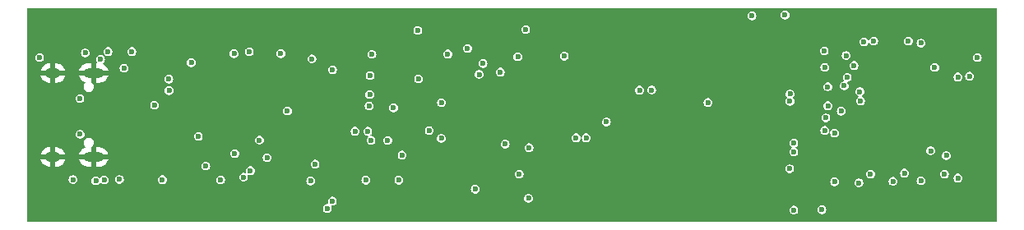
<source format=gbr>
%TF.GenerationSoftware,KiCad,Pcbnew,7.0.10+1*%
%TF.CreationDate,2024-03-12T12:47:15+01:00*%
%TF.ProjectId,Receiver-A1,52656365-6976-4657-922d-41312e6b6963,rev?*%
%TF.SameCoordinates,Original*%
%TF.FileFunction,Copper,L2,Inr*%
%TF.FilePolarity,Positive*%
%FSLAX46Y46*%
G04 Gerber Fmt 4.6, Leading zero omitted, Abs format (unit mm)*
G04 Created by KiCad (PCBNEW 7.0.10+1) date 2024-03-12 12:47:15*
%MOMM*%
%LPD*%
G01*
G04 APERTURE LIST*
%TA.AperFunction,ComponentPad*%
%ADD10O,2.100000X1.000000*%
%TD*%
%TA.AperFunction,ComponentPad*%
%ADD11O,1.600000X1.000000*%
%TD*%
%TA.AperFunction,ViaPad*%
%ADD12C,0.600000*%
%TD*%
G04 APERTURE END LIST*
D10*
%TO.N,GND*%
%TO.C,J6*%
X56820000Y-56680000D03*
D11*
X52640000Y-56680000D03*
D10*
X56820000Y-65320000D03*
D11*
X52640000Y-65320000D03*
%TD*%
D12*
%TO.N,Net-(JP10-B)*%
X96916645Y-55697861D03*
X81420000Y-56350000D03*
X66880000Y-55610000D03*
X51260000Y-55100000D03*
X96110000Y-68650000D03*
X79170000Y-67810000D03*
X63900000Y-67670000D03*
%TO.N,/PWM_SEND_1*%
X85260000Y-58900000D03*
X85289547Y-56955000D03*
%TO.N,/PWM_SEND_0*%
X98690000Y-56590000D03*
%TO.N,/PWM_SEND_2*%
X101650000Y-64370000D03*
%TO.N,/PWM_SEND_5*%
X99190000Y-64005000D03*
%TO.N,/PWM_SEND_1*%
X96511778Y-56823169D03*
%TO.N,/PWM_SEND_4*%
X92620000Y-63420000D03*
%TO.N,/PWM_SEND_3*%
X92640000Y-59740000D03*
%TO.N,+5V*%
X69900007Y-67700007D03*
X107530000Y-63350000D03*
X100500000Y-55000000D03*
X84855000Y-67725000D03*
X54710000Y-67660000D03*
X85474280Y-54755000D03*
X55440002Y-63000000D03*
X55410000Y-59310000D03*
X106490000Y-63350000D03*
X60760236Y-54460000D03*
X76095000Y-54690000D03*
%TO.N,/PWM_SEND_1*%
X132400000Y-58100000D03*
X63100000Y-60000000D03*
%TO.N,/PWM_RCV_1*%
X57065000Y-67800000D03*
X128900002Y-63900000D03*
%TO.N,/LED_1*%
X57920000Y-67710000D03*
X139116407Y-67835646D03*
%TO.N,GND*%
X143300000Y-60600000D03*
X111500000Y-62840000D03*
X143300000Y-57800000D03*
X110670000Y-62790000D03*
X59285000Y-54595000D03*
X75450000Y-67820000D03*
X122700000Y-50700000D03*
X89433983Y-54778737D03*
X120328930Y-63375000D03*
X148320000Y-53900000D03*
X70490000Y-54685000D03*
X87033581Y-54755000D03*
X126115000Y-50700000D03*
X58600000Y-64200000D03*
X60376587Y-67733413D03*
X56266575Y-67749785D03*
X148310000Y-67690000D03*
X89400000Y-60800000D03*
X89030000Y-67730000D03*
X55170854Y-54577985D03*
X83000000Y-60800000D03*
X128400000Y-61500000D03*
X73880000Y-67880000D03*
X137900000Y-57900000D03*
X128600000Y-56500000D03*
X101900000Y-54900000D03*
X74495000Y-54645000D03*
X72078372Y-54615361D03*
X125599846Y-67650000D03*
X71480000Y-67830000D03*
X104494996Y-54699723D03*
X90954624Y-54805000D03*
X58700000Y-57800000D03*
X90650000Y-67725000D03*
X81000000Y-60900000D03*
X119169059Y-63325000D03*
X72302298Y-59052298D03*
X115648594Y-58613835D03*
X106240853Y-54666615D03*
X86625000Y-67720000D03*
X56860865Y-54635143D03*
X58680000Y-67860000D03*
X125565320Y-54175000D03*
X138000000Y-60600000D03*
%TO.N,/DOG_1*%
X145800000Y-67500000D03*
X59480000Y-67650000D03*
%TO.N,/PWM_SEND_2*%
X133100000Y-62875000D03*
X73900000Y-63600000D03*
%TO.N,/PWM_RCV_2*%
X72260000Y-67410000D03*
X136800000Y-67100000D03*
%TO.N,/LED_2*%
X140300000Y-67000000D03*
X72966719Y-66739911D03*
%TO.N,/DOG_2*%
X144600000Y-65200000D03*
X74690000Y-65410000D03*
%TO.N,/PWM_SEND_3*%
X76770000Y-60600000D03*
X132410585Y-60058324D03*
%TO.N,/PWM_RCV_3*%
X128900000Y-70800000D03*
X80880000Y-70640000D03*
%TO.N,/LED_3*%
X72848650Y-54492133D03*
X79624586Y-66075000D03*
X79300000Y-55220000D03*
X142000000Y-67800000D03*
%TO.N,/DOG_3*%
X71282003Y-54691522D03*
X143410000Y-56110000D03*
%TO.N,/PWM_SEND_0*%
X59956337Y-56185000D03*
X132100000Y-56100000D03*
%TO.N,/PWM_RCV_0*%
X58310000Y-54460000D03*
X136127298Y-53472702D03*
%TO.N,/LED_0*%
X135100000Y-55900000D03*
X57545000Y-55275000D03*
%TO.N,/DOG_0*%
X55970000Y-54615000D03*
X147800000Y-55100000D03*
%TO.N,+3.3V*%
X147000000Y-57000000D03*
X124600000Y-50800000D03*
X67600000Y-63200000D03*
X128000000Y-50700000D03*
X109600000Y-61730000D03*
X85190000Y-60070000D03*
X114270000Y-58430000D03*
X120070000Y-59710000D03*
X113020000Y-58450000D03*
%TO.N,/DOG_5*%
X90200000Y-52300000D03*
X140700000Y-53400000D03*
%TO.N,/DOG_4*%
X142000000Y-53600000D03*
X95320000Y-54150000D03*
%TO.N,Net-(U2-GPIO19{slash}U1RTS{slash}ADC2_CH8{slash}CLK_OUT2{slash}USB_D-)*%
X134400000Y-57132997D03*
X64574345Y-57315312D03*
%TO.N,Net-(U2-GPIO20{slash}U1CTS{slash}ADC2_CH9{slash}CLK_OUT1{slash}USB_D+)*%
X64600000Y-58500000D03*
X134100000Y-58000000D03*
%TO.N,/PWM_RCV_5*%
X128900000Y-64800000D03*
X88586289Y-65132811D03*
%TO.N,/PWM_SEND_4*%
X85380000Y-63610000D03*
X132200000Y-61300000D03*
%TO.N,/PWM_SEND_5*%
X87100000Y-63625000D03*
X132100000Y-62600000D03*
%TO.N,/PWM_SEND_6*%
X101300000Y-52200000D03*
X137123493Y-53385515D03*
%TO.N,/PWM_RCV_4*%
X132033280Y-54401063D03*
X93285913Y-54720913D03*
%TO.N,/LED_4*%
X133100000Y-67900000D03*
X88250000Y-67725000D03*
%TO.N,/LED_5*%
X133775000Y-60617690D03*
X87700000Y-60275000D03*
%TO.N,/PWM_RCV_6*%
X100632072Y-67100000D03*
X128473892Y-66550000D03*
%TO.N,/LED_6*%
X101600000Y-69600000D03*
X135600000Y-68000000D03*
%TO.N,/DOG_6*%
X134300000Y-54875000D03*
X105273744Y-54944302D03*
%TO.N,Net-(J8-Pin_3)*%
X71351360Y-64977526D03*
X143000000Y-64700000D03*
%TO.N,Net-(J8-Pin_2)*%
X68370000Y-66270000D03*
X144400000Y-67100000D03*
%TO.N,Net-(U2-EN)*%
X91375909Y-62613481D03*
X145800000Y-57100000D03*
X83740853Y-62676244D03*
X85040853Y-62688267D03*
X90275431Y-57295000D03*
%TO.N,Net-(U2-GPIO15{slash}U0RTS{slash}ADC2_CH4{slash}XTAL_32K_P)*%
X128500000Y-59600000D03*
X135780000Y-59540000D03*
%TO.N,Net-(U2-GPIO16{slash}U0CTS{slash}ADC2_CH5{slash}XTAL_32K_N)*%
X128521407Y-58850303D03*
X135700000Y-58600000D03*
%TO.N,Net-(U2-GPIO0{slash}BOOT)*%
X81405000Y-69885308D03*
X131800000Y-70775000D03*
%TD*%
%TA.AperFunction,Conductor*%
%TO.N,GND*%
G36*
X149773566Y-50017813D02*
G01*
X149798876Y-50061650D01*
X149800000Y-50074500D01*
X149800000Y-71925500D01*
X149782687Y-71973066D01*
X149738850Y-71998376D01*
X149726000Y-71999500D01*
X50074500Y-71999500D01*
X50026934Y-71982187D01*
X50001624Y-71938350D01*
X50000500Y-71925500D01*
X50000500Y-70640000D01*
X80424867Y-70640000D01*
X80443302Y-70768223D01*
X80443302Y-70768224D01*
X80443303Y-70768226D01*
X80497118Y-70886063D01*
X80581951Y-70983967D01*
X80690931Y-71054004D01*
X80815228Y-71090500D01*
X80944772Y-71090500D01*
X81069069Y-71054004D01*
X81178049Y-70983967D01*
X81262882Y-70886063D01*
X81302186Y-70800000D01*
X128444867Y-70800000D01*
X128463302Y-70928223D01*
X128463302Y-70928224D01*
X128463303Y-70928226D01*
X128517118Y-71046063D01*
X128601951Y-71143967D01*
X128710931Y-71214004D01*
X128835228Y-71250500D01*
X128964772Y-71250500D01*
X129089069Y-71214004D01*
X129198049Y-71143967D01*
X129282882Y-71046063D01*
X129336697Y-70928226D01*
X129355133Y-70800000D01*
X129351539Y-70775000D01*
X131344867Y-70775000D01*
X131363302Y-70903223D01*
X131363302Y-70903224D01*
X131363303Y-70903226D01*
X131417118Y-71021063D01*
X131501951Y-71118967D01*
X131610931Y-71189004D01*
X131735228Y-71225500D01*
X131864772Y-71225500D01*
X131989069Y-71189004D01*
X132098049Y-71118967D01*
X132182882Y-71021063D01*
X132236697Y-70903226D01*
X132255133Y-70775000D01*
X132236697Y-70646774D01*
X132182882Y-70528937D01*
X132098049Y-70431033D01*
X132027968Y-70385995D01*
X131989068Y-70360995D01*
X131864772Y-70324500D01*
X131735228Y-70324500D01*
X131610931Y-70360995D01*
X131501954Y-70431031D01*
X131501950Y-70431034D01*
X131417119Y-70528935D01*
X131363302Y-70646776D01*
X131344867Y-70775000D01*
X129351539Y-70775000D01*
X129336697Y-70671774D01*
X129282882Y-70553937D01*
X129198049Y-70456033D01*
X129131032Y-70412964D01*
X129089068Y-70385995D01*
X128964772Y-70349500D01*
X128835228Y-70349500D01*
X128710931Y-70385995D01*
X128601954Y-70456031D01*
X128601950Y-70456034D01*
X128517119Y-70553935D01*
X128463302Y-70671776D01*
X128444867Y-70800000D01*
X81302186Y-70800000D01*
X81316697Y-70768226D01*
X81335133Y-70640000D01*
X81316697Y-70511774D01*
X81284168Y-70440548D01*
X81280158Y-70390089D01*
X81309519Y-70348856D01*
X81351482Y-70335808D01*
X81469772Y-70335808D01*
X81594069Y-70299312D01*
X81703049Y-70229275D01*
X81787882Y-70131371D01*
X81841697Y-70013534D01*
X81860133Y-69885308D01*
X81841697Y-69757082D01*
X81787882Y-69639245D01*
X81753877Y-69600000D01*
X101144867Y-69600000D01*
X101163302Y-69728223D01*
X101163302Y-69728224D01*
X101163303Y-69728226D01*
X101217118Y-69846063D01*
X101301951Y-69943967D01*
X101410931Y-70014004D01*
X101535228Y-70050500D01*
X101664772Y-70050500D01*
X101789069Y-70014004D01*
X101898049Y-69943967D01*
X101982882Y-69846063D01*
X102036697Y-69728226D01*
X102055133Y-69600000D01*
X102036697Y-69471774D01*
X101982882Y-69353937D01*
X101898049Y-69256033D01*
X101831032Y-69212964D01*
X101789068Y-69185995D01*
X101664772Y-69149500D01*
X101535228Y-69149500D01*
X101410931Y-69185995D01*
X101301954Y-69256031D01*
X101301950Y-69256034D01*
X101217119Y-69353935D01*
X101163302Y-69471776D01*
X101144867Y-69600000D01*
X81753877Y-69600000D01*
X81703049Y-69541341D01*
X81636032Y-69498272D01*
X81594068Y-69471303D01*
X81469772Y-69434808D01*
X81340228Y-69434808D01*
X81215931Y-69471303D01*
X81106954Y-69541339D01*
X81106950Y-69541342D01*
X81022119Y-69639243D01*
X80968302Y-69757084D01*
X80949867Y-69885308D01*
X80968302Y-70013531D01*
X81000831Y-70084759D01*
X81004842Y-70135219D01*
X80975481Y-70176452D01*
X80933518Y-70189500D01*
X80815228Y-70189500D01*
X80690931Y-70225995D01*
X80581954Y-70296031D01*
X80581950Y-70296034D01*
X80497119Y-70393935D01*
X80443302Y-70511776D01*
X80424867Y-70640000D01*
X50000500Y-70640000D01*
X50000500Y-68650000D01*
X95654867Y-68650000D01*
X95673302Y-68778223D01*
X95673302Y-68778224D01*
X95673303Y-68778226D01*
X95727118Y-68896063D01*
X95811951Y-68993967D01*
X95920931Y-69064004D01*
X96045228Y-69100500D01*
X96174772Y-69100500D01*
X96299069Y-69064004D01*
X96408049Y-68993967D01*
X96492882Y-68896063D01*
X96546697Y-68778226D01*
X96565133Y-68650000D01*
X96546697Y-68521774D01*
X96492882Y-68403937D01*
X96408049Y-68306033D01*
X96320315Y-68249650D01*
X96299068Y-68235995D01*
X96174772Y-68199500D01*
X96045228Y-68199500D01*
X95920931Y-68235995D01*
X95811954Y-68306031D01*
X95811950Y-68306034D01*
X95727119Y-68403935D01*
X95673302Y-68521776D01*
X95654867Y-68650000D01*
X50000500Y-68650000D01*
X50000500Y-67660000D01*
X54254867Y-67660000D01*
X54273302Y-67788223D01*
X54273302Y-67788224D01*
X54273303Y-67788226D01*
X54327118Y-67906063D01*
X54411951Y-68003967D01*
X54520931Y-68074004D01*
X54645228Y-68110500D01*
X54774772Y-68110500D01*
X54899069Y-68074004D01*
X55008049Y-68003967D01*
X55092882Y-67906063D01*
X55141320Y-67800000D01*
X56609867Y-67800000D01*
X56628302Y-67928223D01*
X56628302Y-67928224D01*
X56628303Y-67928226D01*
X56682118Y-68046063D01*
X56766951Y-68143967D01*
X56875931Y-68214004D01*
X57000228Y-68250500D01*
X57129772Y-68250500D01*
X57254069Y-68214004D01*
X57363049Y-68143967D01*
X57447882Y-68046063D01*
X57457763Y-68024425D01*
X57493269Y-67988351D01*
X57543658Y-67983538D01*
X57581000Y-68006706D01*
X57621951Y-68053967D01*
X57730931Y-68124004D01*
X57855228Y-68160500D01*
X57984772Y-68160500D01*
X58109069Y-68124004D01*
X58218049Y-68053967D01*
X58302882Y-67956063D01*
X58356697Y-67838226D01*
X58375133Y-67710000D01*
X58366506Y-67650000D01*
X59024867Y-67650000D01*
X59043302Y-67778223D01*
X59043302Y-67778224D01*
X59043303Y-67778226D01*
X59097118Y-67896063D01*
X59181951Y-67993967D01*
X59290931Y-68064004D01*
X59415228Y-68100500D01*
X59544772Y-68100500D01*
X59669069Y-68064004D01*
X59778049Y-67993967D01*
X59862882Y-67896063D01*
X59916697Y-67778226D01*
X59932257Y-67670000D01*
X63444867Y-67670000D01*
X63463302Y-67798223D01*
X63463302Y-67798224D01*
X63463303Y-67798226D01*
X63517118Y-67916063D01*
X63601951Y-68013967D01*
X63710931Y-68084004D01*
X63835228Y-68120500D01*
X63964772Y-68120500D01*
X64089069Y-68084004D01*
X64198049Y-68013967D01*
X64282882Y-67916063D01*
X64336697Y-67798226D01*
X64350819Y-67700007D01*
X69444874Y-67700007D01*
X69463309Y-67828230D01*
X69463309Y-67828231D01*
X69463310Y-67828233D01*
X69517125Y-67946070D01*
X69601958Y-68043974D01*
X69710938Y-68114011D01*
X69835235Y-68150507D01*
X69964779Y-68150507D01*
X70089076Y-68114011D01*
X70198056Y-68043974D01*
X70282889Y-67946070D01*
X70336704Y-67828233D01*
X70355140Y-67700007D01*
X70336704Y-67571781D01*
X70282889Y-67453944D01*
X70244812Y-67410000D01*
X71804867Y-67410000D01*
X71823302Y-67538223D01*
X71823302Y-67538224D01*
X71823303Y-67538226D01*
X71877118Y-67656063D01*
X71961951Y-67753967D01*
X72070931Y-67824004D01*
X72195228Y-67860500D01*
X72324772Y-67860500D01*
X72449069Y-67824004D01*
X72470860Y-67810000D01*
X78714867Y-67810000D01*
X78733302Y-67938223D01*
X78733302Y-67938224D01*
X78733303Y-67938226D01*
X78787118Y-68056063D01*
X78871951Y-68153967D01*
X78980931Y-68224004D01*
X79105228Y-68260500D01*
X79234772Y-68260500D01*
X79359069Y-68224004D01*
X79468049Y-68153967D01*
X79552882Y-68056063D01*
X79606697Y-67938226D01*
X79625133Y-67810000D01*
X79612912Y-67725000D01*
X84399867Y-67725000D01*
X84418302Y-67853223D01*
X84418302Y-67853224D01*
X84418303Y-67853226D01*
X84472118Y-67971063D01*
X84556951Y-68068967D01*
X84665931Y-68139004D01*
X84790228Y-68175500D01*
X84919772Y-68175500D01*
X85044069Y-68139004D01*
X85153049Y-68068967D01*
X85237882Y-67971063D01*
X85291697Y-67853226D01*
X85310133Y-67725000D01*
X87794867Y-67725000D01*
X87813302Y-67853223D01*
X87813302Y-67853224D01*
X87813303Y-67853226D01*
X87867118Y-67971063D01*
X87951951Y-68068967D01*
X88060931Y-68139004D01*
X88185228Y-68175500D01*
X88314772Y-68175500D01*
X88439069Y-68139004D01*
X88548049Y-68068967D01*
X88632882Y-67971063D01*
X88665336Y-67900000D01*
X132644867Y-67900000D01*
X132663302Y-68028223D01*
X132663302Y-68028224D01*
X132663303Y-68028226D01*
X132717118Y-68146063D01*
X132801951Y-68243967D01*
X132910931Y-68314004D01*
X133035228Y-68350500D01*
X133164772Y-68350500D01*
X133289069Y-68314004D01*
X133398049Y-68243967D01*
X133482882Y-68146063D01*
X133536697Y-68028226D01*
X133540755Y-68000000D01*
X135144867Y-68000000D01*
X135163302Y-68128223D01*
X135163302Y-68128224D01*
X135163303Y-68128226D01*
X135217118Y-68246063D01*
X135301951Y-68343967D01*
X135410931Y-68414004D01*
X135535228Y-68450500D01*
X135664772Y-68450500D01*
X135789069Y-68414004D01*
X135898049Y-68343967D01*
X135982882Y-68246063D01*
X136036697Y-68128226D01*
X136055133Y-68000000D01*
X136036697Y-67871774D01*
X136020198Y-67835646D01*
X138661274Y-67835646D01*
X138679709Y-67963869D01*
X138679709Y-67963870D01*
X138679710Y-67963872D01*
X138733525Y-68081709D01*
X138818358Y-68179613D01*
X138927338Y-68249650D01*
X139051635Y-68286146D01*
X139181179Y-68286146D01*
X139305476Y-68249650D01*
X139414456Y-68179613D01*
X139499289Y-68081709D01*
X139553104Y-67963872D01*
X139571540Y-67835646D01*
X139566415Y-67800000D01*
X141544867Y-67800000D01*
X141563302Y-67928223D01*
X141563302Y-67928224D01*
X141563303Y-67928226D01*
X141617118Y-68046063D01*
X141701951Y-68143967D01*
X141810931Y-68214004D01*
X141935228Y-68250500D01*
X142064772Y-68250500D01*
X142189069Y-68214004D01*
X142298049Y-68143967D01*
X142382882Y-68046063D01*
X142436697Y-67928226D01*
X142455133Y-67800000D01*
X142436697Y-67671774D01*
X142382882Y-67553937D01*
X142298049Y-67456033D01*
X142216983Y-67403935D01*
X142189068Y-67385995D01*
X142064772Y-67349500D01*
X141935228Y-67349500D01*
X141810931Y-67385995D01*
X141701954Y-67456031D01*
X141701950Y-67456034D01*
X141617119Y-67553935D01*
X141563302Y-67671776D01*
X141544867Y-67800000D01*
X139566415Y-67800000D01*
X139553104Y-67707420D01*
X139499289Y-67589583D01*
X139414456Y-67491679D01*
X139340216Y-67443968D01*
X139305475Y-67421641D01*
X139181179Y-67385146D01*
X139051635Y-67385146D01*
X138927338Y-67421641D01*
X138818361Y-67491677D01*
X138818357Y-67491680D01*
X138733526Y-67589581D01*
X138733525Y-67589582D01*
X138733525Y-67589583D01*
X138715877Y-67628226D01*
X138679709Y-67707422D01*
X138661274Y-67835646D01*
X136020198Y-67835646D01*
X135982882Y-67753937D01*
X135898049Y-67656033D01*
X135805840Y-67596774D01*
X135789068Y-67585995D01*
X135664772Y-67549500D01*
X135535228Y-67549500D01*
X135410931Y-67585995D01*
X135301954Y-67656031D01*
X135301950Y-67656034D01*
X135217119Y-67753935D01*
X135217118Y-67753936D01*
X135217118Y-67753937D01*
X135201460Y-67788223D01*
X135163302Y-67871776D01*
X135144867Y-68000000D01*
X133540755Y-68000000D01*
X133555133Y-67900000D01*
X133536697Y-67771774D01*
X133482882Y-67653937D01*
X133398049Y-67556033D01*
X133297909Y-67491677D01*
X133289068Y-67485995D01*
X133164772Y-67449500D01*
X133035228Y-67449500D01*
X132910931Y-67485995D01*
X132801954Y-67556031D01*
X132801950Y-67556034D01*
X132717119Y-67653935D01*
X132663302Y-67771776D01*
X132644867Y-67900000D01*
X88665336Y-67900000D01*
X88686697Y-67853226D01*
X88705133Y-67725000D01*
X88686697Y-67596774D01*
X88632882Y-67478937D01*
X88548049Y-67381033D01*
X88462464Y-67326031D01*
X88439068Y-67310995D01*
X88314772Y-67274500D01*
X88185228Y-67274500D01*
X88060931Y-67310995D01*
X87951954Y-67381031D01*
X87951950Y-67381034D01*
X87867119Y-67478935D01*
X87813302Y-67596776D01*
X87794867Y-67725000D01*
X85310133Y-67725000D01*
X85291697Y-67596774D01*
X85237882Y-67478937D01*
X85153049Y-67381033D01*
X85067464Y-67326031D01*
X85044068Y-67310995D01*
X84919772Y-67274500D01*
X84790228Y-67274500D01*
X84665931Y-67310995D01*
X84556954Y-67381031D01*
X84556950Y-67381034D01*
X84472119Y-67478935D01*
X84418302Y-67596776D01*
X84399867Y-67725000D01*
X79612912Y-67725000D01*
X79606697Y-67681774D01*
X79552882Y-67563937D01*
X79468049Y-67466033D01*
X79380860Y-67410000D01*
X79359068Y-67395995D01*
X79234772Y-67359500D01*
X79105228Y-67359500D01*
X78980931Y-67395995D01*
X78871954Y-67466031D01*
X78871950Y-67466034D01*
X78787119Y-67563935D01*
X78733302Y-67681776D01*
X78714867Y-67810000D01*
X72470860Y-67810000D01*
X72558049Y-67753967D01*
X72642882Y-67656063D01*
X72696697Y-67538226D01*
X72715133Y-67410000D01*
X72696697Y-67281774D01*
X72684003Y-67253980D01*
X72679993Y-67203523D01*
X72709354Y-67162289D01*
X72758351Y-67149576D01*
X72772309Y-67153318D01*
X72772572Y-67152424D01*
X72777649Y-67153914D01*
X72777650Y-67153915D01*
X72901947Y-67190411D01*
X73031491Y-67190411D01*
X73155788Y-67153915D01*
X73239682Y-67100000D01*
X100176939Y-67100000D01*
X100195374Y-67228223D01*
X100195374Y-67228224D01*
X100195375Y-67228226D01*
X100249190Y-67346063D01*
X100334023Y-67443967D01*
X100443003Y-67514004D01*
X100567300Y-67550500D01*
X100696844Y-67550500D01*
X100821141Y-67514004D01*
X100930121Y-67443967D01*
X101014954Y-67346063D01*
X101068769Y-67228226D01*
X101087205Y-67100000D01*
X136344867Y-67100000D01*
X136363302Y-67228223D01*
X136363302Y-67228224D01*
X136363303Y-67228226D01*
X136417118Y-67346063D01*
X136501951Y-67443967D01*
X136610931Y-67514004D01*
X136735228Y-67550500D01*
X136864772Y-67550500D01*
X136989069Y-67514004D01*
X137098049Y-67443967D01*
X137182882Y-67346063D01*
X137236697Y-67228226D01*
X137255133Y-67100000D01*
X137240755Y-67000000D01*
X139844867Y-67000000D01*
X139863302Y-67128223D01*
X139863302Y-67128224D01*
X139863303Y-67128226D01*
X139917118Y-67246063D01*
X140001951Y-67343967D01*
X140110931Y-67414004D01*
X140235228Y-67450500D01*
X140364772Y-67450500D01*
X140489069Y-67414004D01*
X140598049Y-67343967D01*
X140682882Y-67246063D01*
X140736697Y-67128226D01*
X140740755Y-67100000D01*
X143944867Y-67100000D01*
X143963302Y-67228223D01*
X143963302Y-67228224D01*
X143963303Y-67228226D01*
X144017118Y-67346063D01*
X144101951Y-67443967D01*
X144210931Y-67514004D01*
X144335228Y-67550500D01*
X144464772Y-67550500D01*
X144589069Y-67514004D01*
X144610860Y-67500000D01*
X145344867Y-67500000D01*
X145363302Y-67628223D01*
X145363302Y-67628224D01*
X145363303Y-67628226D01*
X145417118Y-67746063D01*
X145501951Y-67843967D01*
X145610931Y-67914004D01*
X145735228Y-67950500D01*
X145864772Y-67950500D01*
X145989069Y-67914004D01*
X146098049Y-67843967D01*
X146182882Y-67746063D01*
X146236697Y-67628226D01*
X146255133Y-67500000D01*
X146236697Y-67371774D01*
X146182882Y-67253937D01*
X146098049Y-67156033D01*
X146010860Y-67100000D01*
X145989068Y-67085995D01*
X145864772Y-67049500D01*
X145735228Y-67049500D01*
X145610931Y-67085995D01*
X145501954Y-67156031D01*
X145501950Y-67156034D01*
X145417119Y-67253935D01*
X145417118Y-67253936D01*
X145417118Y-67253937D01*
X145407727Y-67274500D01*
X145363302Y-67371776D01*
X145344867Y-67500000D01*
X144610860Y-67500000D01*
X144698049Y-67443967D01*
X144782882Y-67346063D01*
X144836697Y-67228226D01*
X144855133Y-67100000D01*
X144836697Y-66971774D01*
X144782882Y-66853937D01*
X144698049Y-66756033D01*
X144631032Y-66712964D01*
X144589068Y-66685995D01*
X144464772Y-66649500D01*
X144335228Y-66649500D01*
X144210931Y-66685995D01*
X144101954Y-66756031D01*
X144101950Y-66756034D01*
X144017119Y-66853935D01*
X144017118Y-66853936D01*
X144017118Y-66853937D01*
X144010633Y-66868137D01*
X143963302Y-66971776D01*
X143944867Y-67100000D01*
X140740755Y-67100000D01*
X140755133Y-67000000D01*
X140736697Y-66871774D01*
X140682882Y-66753937D01*
X140598049Y-66656033D01*
X140529042Y-66611685D01*
X140489068Y-66585995D01*
X140364772Y-66549500D01*
X140235228Y-66549500D01*
X140110931Y-66585995D01*
X140001954Y-66656031D01*
X140001950Y-66656034D01*
X139917119Y-66753935D01*
X139863302Y-66871776D01*
X139844867Y-67000000D01*
X137240755Y-67000000D01*
X137236697Y-66971774D01*
X137182882Y-66853937D01*
X137098049Y-66756033D01*
X137031032Y-66712964D01*
X136989068Y-66685995D01*
X136864772Y-66649500D01*
X136735228Y-66649500D01*
X136610931Y-66685995D01*
X136501954Y-66756031D01*
X136501950Y-66756034D01*
X136417119Y-66853935D01*
X136417118Y-66853936D01*
X136417118Y-66853937D01*
X136410633Y-66868137D01*
X136363302Y-66971776D01*
X136344867Y-67100000D01*
X101087205Y-67100000D01*
X101068769Y-66971774D01*
X101014954Y-66853937D01*
X100930121Y-66756033D01*
X100863104Y-66712964D01*
X100821140Y-66685995D01*
X100696844Y-66649500D01*
X100567300Y-66649500D01*
X100443003Y-66685995D01*
X100334026Y-66756031D01*
X100334022Y-66756034D01*
X100249191Y-66853935D01*
X100249190Y-66853936D01*
X100249190Y-66853937D01*
X100242705Y-66868137D01*
X100195374Y-66971776D01*
X100176939Y-67100000D01*
X73239682Y-67100000D01*
X73264768Y-67083878D01*
X73349601Y-66985974D01*
X73403416Y-66868137D01*
X73421852Y-66739911D01*
X73403416Y-66611685D01*
X73375245Y-66550000D01*
X128018759Y-66550000D01*
X128037194Y-66678223D01*
X128037194Y-66678224D01*
X128037195Y-66678226D01*
X128091010Y-66796063D01*
X128175843Y-66893967D01*
X128284823Y-66964004D01*
X128409120Y-67000500D01*
X128538664Y-67000500D01*
X128662961Y-66964004D01*
X128771941Y-66893967D01*
X128856774Y-66796063D01*
X128910589Y-66678226D01*
X128929025Y-66550000D01*
X128910589Y-66421774D01*
X128856774Y-66303937D01*
X128771941Y-66206033D01*
X128676961Y-66144993D01*
X128662960Y-66135995D01*
X128538664Y-66099500D01*
X128409120Y-66099500D01*
X128284823Y-66135995D01*
X128175846Y-66206031D01*
X128175842Y-66206034D01*
X128091011Y-66303935D01*
X128091010Y-66303936D01*
X128091010Y-66303937D01*
X128083675Y-66319999D01*
X128037194Y-66421776D01*
X128018759Y-66550000D01*
X73375245Y-66550000D01*
X73349601Y-66493848D01*
X73264768Y-66395944D01*
X73197751Y-66352875D01*
X73155787Y-66325906D01*
X73031491Y-66289411D01*
X72901947Y-66289411D01*
X72777650Y-66325906D01*
X72668673Y-66395942D01*
X72668669Y-66395945D01*
X72583838Y-66493846D01*
X72530021Y-66611687D01*
X72511586Y-66739911D01*
X72530021Y-66868136D01*
X72542714Y-66895929D01*
X72546725Y-66946388D01*
X72517363Y-66987621D01*
X72468366Y-67000334D01*
X72454407Y-66996600D01*
X72454147Y-66997487D01*
X72324772Y-66959500D01*
X72195228Y-66959500D01*
X72070931Y-66995995D01*
X71961954Y-67066031D01*
X71961950Y-67066034D01*
X71877119Y-67163935D01*
X71823302Y-67281776D01*
X71804867Y-67410000D01*
X70244812Y-67410000D01*
X70198056Y-67356040D01*
X70120245Y-67306034D01*
X70089075Y-67286002D01*
X69964779Y-67249507D01*
X69835235Y-67249507D01*
X69710938Y-67286002D01*
X69601961Y-67356038D01*
X69601957Y-67356041D01*
X69517126Y-67453942D01*
X69463309Y-67571783D01*
X69444874Y-67700007D01*
X64350819Y-67700007D01*
X64355133Y-67670000D01*
X64336697Y-67541774D01*
X64282882Y-67423937D01*
X64198049Y-67326033D01*
X64117862Y-67274500D01*
X64089068Y-67255995D01*
X63964772Y-67219500D01*
X63835228Y-67219500D01*
X63710931Y-67255995D01*
X63601954Y-67326031D01*
X63601950Y-67326034D01*
X63517119Y-67423935D01*
X63517118Y-67423936D01*
X63517118Y-67423937D01*
X63507970Y-67443968D01*
X63463302Y-67541776D01*
X63444867Y-67670000D01*
X59932257Y-67670000D01*
X59935133Y-67650000D01*
X59916697Y-67521774D01*
X59862882Y-67403937D01*
X59778049Y-67306033D01*
X59690093Y-67249507D01*
X59669068Y-67235995D01*
X59544772Y-67199500D01*
X59415228Y-67199500D01*
X59290931Y-67235995D01*
X59181954Y-67306031D01*
X59181950Y-67306034D01*
X59097119Y-67403935D01*
X59043302Y-67521776D01*
X59024867Y-67650000D01*
X58366506Y-67650000D01*
X58356697Y-67581774D01*
X58302882Y-67463937D01*
X58218049Y-67366033D01*
X58132408Y-67310995D01*
X58109068Y-67295995D01*
X57984772Y-67259500D01*
X57855228Y-67259500D01*
X57730931Y-67295995D01*
X57621954Y-67366031D01*
X57621950Y-67366034D01*
X57537118Y-67463936D01*
X57537117Y-67463938D01*
X57527236Y-67485574D01*
X57491727Y-67521649D01*
X57441338Y-67526460D01*
X57403999Y-67503292D01*
X57363049Y-67456033D01*
X57281983Y-67403935D01*
X57254068Y-67385995D01*
X57129772Y-67349500D01*
X57000228Y-67349500D01*
X56875931Y-67385995D01*
X56766954Y-67456031D01*
X56766950Y-67456034D01*
X56682119Y-67553935D01*
X56628302Y-67671776D01*
X56609867Y-67800000D01*
X55141320Y-67800000D01*
X55146697Y-67788226D01*
X55165133Y-67660000D01*
X55146697Y-67531774D01*
X55092882Y-67413937D01*
X55008049Y-67316033D01*
X54920082Y-67259500D01*
X54899068Y-67245995D01*
X54774772Y-67209500D01*
X54645228Y-67209500D01*
X54520931Y-67245995D01*
X54411954Y-67316031D01*
X54411950Y-67316034D01*
X54327119Y-67413935D01*
X54327118Y-67413936D01*
X54327118Y-67413937D01*
X54304283Y-67463938D01*
X54273302Y-67531776D01*
X54254867Y-67660000D01*
X50000500Y-67660000D01*
X50000500Y-65570000D01*
X51366633Y-65570000D01*
X51366930Y-65571940D01*
X51366931Y-65571945D01*
X51437565Y-65762665D01*
X51545144Y-65935260D01*
X51685268Y-66082671D01*
X51852198Y-66198857D01*
X52039088Y-66279058D01*
X52039098Y-66279061D01*
X52238303Y-66319999D01*
X52238311Y-66320000D01*
X52390000Y-66320000D01*
X52390000Y-65620000D01*
X52890000Y-65620000D01*
X52890000Y-66320000D01*
X52990711Y-66320000D01*
X52990719Y-66319999D01*
X53142333Y-66304582D01*
X53142338Y-66304580D01*
X53336384Y-66243699D01*
X53336385Y-66243698D01*
X53514217Y-66144993D01*
X53514222Y-66144989D01*
X53668528Y-66012522D01*
X53668531Y-66012520D01*
X53793017Y-65851696D01*
X53793019Y-65851694D01*
X53882586Y-65669097D01*
X53882588Y-65669092D01*
X53908246Y-65570000D01*
X55296633Y-65570000D01*
X55296930Y-65571940D01*
X55296931Y-65571945D01*
X55367565Y-65762665D01*
X55475144Y-65935260D01*
X55615268Y-66082671D01*
X55782198Y-66198857D01*
X55969088Y-66279058D01*
X55969098Y-66279061D01*
X56168303Y-66319999D01*
X56168311Y-66320000D01*
X56570000Y-66320000D01*
X56570000Y-65620000D01*
X57070000Y-65620000D01*
X57070000Y-66320000D01*
X57420711Y-66320000D01*
X57420719Y-66319999D01*
X57572333Y-66304582D01*
X57572338Y-66304580D01*
X57682555Y-66270000D01*
X67914867Y-66270000D01*
X67933302Y-66398223D01*
X67933302Y-66398224D01*
X67933303Y-66398226D01*
X67987118Y-66516063D01*
X68071951Y-66613967D01*
X68180931Y-66684004D01*
X68305228Y-66720500D01*
X68434772Y-66720500D01*
X68559069Y-66684004D01*
X68668049Y-66613967D01*
X68752882Y-66516063D01*
X68806697Y-66398226D01*
X68825133Y-66270000D01*
X68806697Y-66141774D01*
X68776202Y-66075000D01*
X79169453Y-66075000D01*
X79187888Y-66203223D01*
X79187888Y-66203224D01*
X79187889Y-66203226D01*
X79241704Y-66321063D01*
X79326537Y-66418967D01*
X79435517Y-66489004D01*
X79559814Y-66525500D01*
X79689358Y-66525500D01*
X79813655Y-66489004D01*
X79922635Y-66418967D01*
X80007468Y-66321063D01*
X80061283Y-66203226D01*
X80079719Y-66075000D01*
X80061283Y-65946774D01*
X80007468Y-65828937D01*
X79922635Y-65731033D01*
X79855618Y-65687964D01*
X79813654Y-65660995D01*
X79689358Y-65624500D01*
X79559814Y-65624500D01*
X79435517Y-65660995D01*
X79326540Y-65731031D01*
X79326536Y-65731034D01*
X79241705Y-65828935D01*
X79241704Y-65828936D01*
X79241704Y-65828937D01*
X79214796Y-65887855D01*
X79187888Y-65946776D01*
X79169453Y-66075000D01*
X68776202Y-66075000D01*
X68752882Y-66023937D01*
X68668049Y-65926033D01*
X68601032Y-65882964D01*
X68559068Y-65855995D01*
X68434772Y-65819500D01*
X68305228Y-65819500D01*
X68180931Y-65855995D01*
X68071954Y-65926031D01*
X68071950Y-65926034D01*
X67987119Y-66023935D01*
X67933302Y-66141776D01*
X67914867Y-66270000D01*
X57682555Y-66270000D01*
X57766384Y-66243699D01*
X57766385Y-66243698D01*
X57944217Y-66144993D01*
X57944222Y-66144989D01*
X58098528Y-66012522D01*
X58098531Y-66012520D01*
X58223017Y-65851696D01*
X58223019Y-65851694D01*
X58312586Y-65669097D01*
X58312588Y-65669092D01*
X58338246Y-65570000D01*
X57536111Y-65570000D01*
X57575610Y-65545543D01*
X57643201Y-65456038D01*
X57673895Y-65348160D01*
X57663546Y-65236479D01*
X57613552Y-65136078D01*
X57541069Y-65070000D01*
X58343367Y-65070000D01*
X58343069Y-65068059D01*
X58343068Y-65068054D01*
X58309541Y-64977526D01*
X70896227Y-64977526D01*
X70914662Y-65105749D01*
X70914662Y-65105750D01*
X70914663Y-65105752D01*
X70968478Y-65223589D01*
X71053311Y-65321493D01*
X71162291Y-65391530D01*
X71286588Y-65428026D01*
X71416132Y-65428026D01*
X71477524Y-65410000D01*
X74234867Y-65410000D01*
X74253302Y-65538223D01*
X74253302Y-65538224D01*
X74253303Y-65538226D01*
X74307118Y-65656063D01*
X74391951Y-65753967D01*
X74500931Y-65824004D01*
X74625228Y-65860500D01*
X74754772Y-65860500D01*
X74879069Y-65824004D01*
X74988049Y-65753967D01*
X75072882Y-65656063D01*
X75126697Y-65538226D01*
X75145133Y-65410000D01*
X75126697Y-65281774D01*
X75072882Y-65163937D01*
X75045912Y-65132811D01*
X88131156Y-65132811D01*
X88149591Y-65261034D01*
X88149591Y-65261035D01*
X88149592Y-65261037D01*
X88203407Y-65378874D01*
X88288240Y-65476778D01*
X88397220Y-65546815D01*
X88521517Y-65583311D01*
X88651061Y-65583311D01*
X88775358Y-65546815D01*
X88884338Y-65476778D01*
X88969171Y-65378874D01*
X89022986Y-65261037D01*
X89041422Y-65132811D01*
X89022986Y-65004585D01*
X88969171Y-64886748D01*
X88884338Y-64788844D01*
X88795048Y-64731461D01*
X88775357Y-64718806D01*
X88651061Y-64682311D01*
X88521517Y-64682311D01*
X88397220Y-64718806D01*
X88288243Y-64788842D01*
X88288239Y-64788845D01*
X88203408Y-64886746D01*
X88149591Y-65004587D01*
X88131156Y-65132811D01*
X75045912Y-65132811D01*
X74988049Y-65066033D01*
X74892434Y-65004585D01*
X74879068Y-64995995D01*
X74754772Y-64959500D01*
X74625228Y-64959500D01*
X74500931Y-64995995D01*
X74391954Y-65066031D01*
X74391950Y-65066034D01*
X74307119Y-65163935D01*
X74253302Y-65281776D01*
X74234867Y-65410000D01*
X71477524Y-65410000D01*
X71540429Y-65391530D01*
X71649409Y-65321493D01*
X71734242Y-65223589D01*
X71788057Y-65105752D01*
X71806493Y-64977526D01*
X71788057Y-64849300D01*
X71734242Y-64731463D01*
X71649409Y-64633559D01*
X71553273Y-64571776D01*
X71540428Y-64563521D01*
X71416132Y-64527026D01*
X71286588Y-64527026D01*
X71162291Y-64563521D01*
X71053314Y-64633557D01*
X71053310Y-64633560D01*
X70968479Y-64731461D01*
X70914662Y-64849302D01*
X70896227Y-64977526D01*
X58309541Y-64977526D01*
X58272434Y-64877334D01*
X58164855Y-64704739D01*
X58024731Y-64557328D01*
X57857801Y-64441142D01*
X57670911Y-64360941D01*
X57670901Y-64360938D01*
X57471696Y-64320000D01*
X57070000Y-64320000D01*
X57070000Y-65020000D01*
X56570000Y-65020000D01*
X56570000Y-64399246D01*
X56587313Y-64351680D01*
X56597299Y-64341844D01*
X56614282Y-64328027D01*
X56707665Y-64252054D01*
X56790971Y-64134037D01*
X56839346Y-63997921D01*
X56841327Y-63968968D01*
X56849204Y-63853802D01*
X56849204Y-63853801D01*
X56832159Y-63771776D01*
X56819814Y-63712366D01*
X56819810Y-63712360D01*
X56819810Y-63712357D01*
X56753356Y-63584107D01*
X56753353Y-63584103D01*
X56654754Y-63478530D01*
X56531328Y-63403474D01*
X56392229Y-63364500D01*
X56392228Y-63364500D01*
X56284051Y-63364500D01*
X56284046Y-63364500D01*
X56176892Y-63379228D01*
X56176890Y-63379228D01*
X56176889Y-63379229D01*
X56109998Y-63408284D01*
X56044389Y-63436782D01*
X56044388Y-63436782D01*
X55932334Y-63527946D01*
X55932333Y-63527947D01*
X55849032Y-63645958D01*
X55849027Y-63645966D01*
X55800655Y-63782075D01*
X55800652Y-63782087D01*
X55790795Y-63926197D01*
X55811996Y-64028223D01*
X55820186Y-64067634D01*
X55820187Y-64067636D01*
X55820189Y-64067642D01*
X55886643Y-64195892D01*
X55886646Y-64195896D01*
X55929494Y-64241774D01*
X55936709Y-64249500D01*
X55948199Y-64261802D01*
X55968013Y-64308382D01*
X55953250Y-64356800D01*
X55916271Y-64382917D01*
X55873614Y-64396301D01*
X55695782Y-64495006D01*
X55695777Y-64495010D01*
X55541471Y-64627477D01*
X55541468Y-64627479D01*
X55416982Y-64788303D01*
X55416980Y-64788305D01*
X55327413Y-64970902D01*
X55327411Y-64970907D01*
X55301754Y-65070000D01*
X56103889Y-65070000D01*
X56064390Y-65094457D01*
X55996799Y-65183962D01*
X55966105Y-65291840D01*
X55976454Y-65403521D01*
X56026448Y-65503922D01*
X56098931Y-65570000D01*
X55296633Y-65570000D01*
X53908246Y-65570000D01*
X53106111Y-65570000D01*
X53145610Y-65545543D01*
X53213201Y-65456038D01*
X53243895Y-65348160D01*
X53233546Y-65236479D01*
X53183552Y-65136078D01*
X53111069Y-65070000D01*
X53913367Y-65070000D01*
X53913069Y-65068059D01*
X53913068Y-65068054D01*
X53842434Y-64877334D01*
X53734855Y-64704739D01*
X53594731Y-64557328D01*
X53427801Y-64441142D01*
X53240911Y-64360941D01*
X53240901Y-64360938D01*
X53041696Y-64320000D01*
X52890000Y-64320000D01*
X52890000Y-65020000D01*
X52390000Y-65020000D01*
X52390000Y-64320000D01*
X52289280Y-64320000D01*
X52137666Y-64335417D01*
X52137661Y-64335419D01*
X51943615Y-64396300D01*
X51943614Y-64396301D01*
X51765782Y-64495006D01*
X51765777Y-64495010D01*
X51611471Y-64627477D01*
X51611468Y-64627479D01*
X51486982Y-64788303D01*
X51486980Y-64788305D01*
X51397413Y-64970902D01*
X51397411Y-64970907D01*
X51371754Y-65070000D01*
X52173889Y-65070000D01*
X52134390Y-65094457D01*
X52066799Y-65183962D01*
X52036105Y-65291840D01*
X52046454Y-65403521D01*
X52096448Y-65503922D01*
X52168931Y-65570000D01*
X51366633Y-65570000D01*
X50000500Y-65570000D01*
X50000500Y-63000000D01*
X54984869Y-63000000D01*
X55003304Y-63128223D01*
X55003304Y-63128224D01*
X55003305Y-63128226D01*
X55057120Y-63246063D01*
X55141953Y-63343967D01*
X55250933Y-63414004D01*
X55375230Y-63450500D01*
X55504774Y-63450500D01*
X55629071Y-63414004D01*
X55738051Y-63343967D01*
X55822884Y-63246063D01*
X55843921Y-63200000D01*
X67144867Y-63200000D01*
X67163302Y-63328223D01*
X67163302Y-63328224D01*
X67163303Y-63328226D01*
X67217118Y-63446063D01*
X67301951Y-63543967D01*
X67410931Y-63614004D01*
X67535228Y-63650500D01*
X67664772Y-63650500D01*
X67789069Y-63614004D01*
X67810860Y-63600000D01*
X73444867Y-63600000D01*
X73463302Y-63728223D01*
X73463302Y-63728224D01*
X73463303Y-63728226D01*
X73517118Y-63846063D01*
X73601951Y-63943967D01*
X73710931Y-64014004D01*
X73835228Y-64050500D01*
X73964772Y-64050500D01*
X74089069Y-64014004D01*
X74198049Y-63943967D01*
X74282882Y-63846063D01*
X74336697Y-63728226D01*
X74355133Y-63600000D01*
X74336697Y-63471774D01*
X74282882Y-63353937D01*
X74198049Y-63256033D01*
X74110731Y-63199917D01*
X74089068Y-63185995D01*
X73964772Y-63149500D01*
X73835228Y-63149500D01*
X73710931Y-63185995D01*
X73601954Y-63256031D01*
X73601950Y-63256034D01*
X73517119Y-63353935D01*
X73463302Y-63471776D01*
X73444867Y-63600000D01*
X67810860Y-63600000D01*
X67898049Y-63543967D01*
X67982882Y-63446063D01*
X68036697Y-63328226D01*
X68055133Y-63200000D01*
X68036697Y-63071774D01*
X67982882Y-62953937D01*
X67898049Y-62856033D01*
X67817811Y-62804467D01*
X67789068Y-62785995D01*
X67664772Y-62749500D01*
X67535228Y-62749500D01*
X67410931Y-62785995D01*
X67301954Y-62856031D01*
X67301950Y-62856034D01*
X67217119Y-62953935D01*
X67217118Y-62953936D01*
X67217118Y-62953937D01*
X67215515Y-62957448D01*
X67163302Y-63071776D01*
X67144867Y-63200000D01*
X55843921Y-63200000D01*
X55876699Y-63128226D01*
X55895135Y-63000000D01*
X55876699Y-62871774D01*
X55822884Y-62753937D01*
X55755564Y-62676244D01*
X83285720Y-62676244D01*
X83304155Y-62804467D01*
X83304155Y-62804468D01*
X83304156Y-62804470D01*
X83357971Y-62922307D01*
X83442804Y-63020211D01*
X83551784Y-63090248D01*
X83676081Y-63126744D01*
X83805625Y-63126744D01*
X83929922Y-63090248D01*
X84038902Y-63020211D01*
X84123735Y-62922307D01*
X84177550Y-62804470D01*
X84194257Y-62688267D01*
X84585720Y-62688267D01*
X84604155Y-62816490D01*
X84604155Y-62816491D01*
X84604156Y-62816493D01*
X84657971Y-62934330D01*
X84742804Y-63032234D01*
X84833076Y-63090248D01*
X84851784Y-63102271D01*
X84976081Y-63138767D01*
X85030422Y-63138767D01*
X85077988Y-63156080D01*
X85103298Y-63199917D01*
X85094508Y-63249767D01*
X85084813Y-63261510D01*
X85085417Y-63262034D01*
X85081952Y-63266031D01*
X85081951Y-63266033D01*
X85036756Y-63318190D01*
X84997119Y-63363935D01*
X84943302Y-63481776D01*
X84924867Y-63610000D01*
X84943302Y-63738223D01*
X84943302Y-63738224D01*
X84943303Y-63738226D01*
X84997118Y-63856063D01*
X85081951Y-63953967D01*
X85190931Y-64024004D01*
X85315228Y-64060500D01*
X85444772Y-64060500D01*
X85569069Y-64024004D01*
X85678049Y-63953967D01*
X85762882Y-63856063D01*
X85816697Y-63738226D01*
X85832976Y-63625000D01*
X86644867Y-63625000D01*
X86663302Y-63753223D01*
X86663302Y-63753224D01*
X86663303Y-63753226D01*
X86717118Y-63871063D01*
X86801951Y-63968967D01*
X86910931Y-64039004D01*
X87035228Y-64075500D01*
X87164772Y-64075500D01*
X87289069Y-64039004D01*
X87341980Y-64005000D01*
X98734867Y-64005000D01*
X98753302Y-64133223D01*
X98753302Y-64133224D01*
X98753303Y-64133226D01*
X98807118Y-64251063D01*
X98891951Y-64348967D01*
X99000931Y-64419004D01*
X99125228Y-64455500D01*
X99254772Y-64455500D01*
X99379069Y-64419004D01*
X99455321Y-64370000D01*
X101194867Y-64370000D01*
X101213302Y-64498223D01*
X101213302Y-64498224D01*
X101213303Y-64498226D01*
X101267118Y-64616063D01*
X101351951Y-64713967D01*
X101460931Y-64784004D01*
X101585228Y-64820500D01*
X101714772Y-64820500D01*
X101784590Y-64800000D01*
X128444867Y-64800000D01*
X128463302Y-64928223D01*
X128463302Y-64928224D01*
X128463303Y-64928226D01*
X128517118Y-65046063D01*
X128601951Y-65143967D01*
X128710931Y-65214004D01*
X128835228Y-65250500D01*
X128964772Y-65250500D01*
X129089069Y-65214004D01*
X129110860Y-65200000D01*
X144144867Y-65200000D01*
X144163302Y-65328223D01*
X144163302Y-65328224D01*
X144163303Y-65328226D01*
X144217118Y-65446063D01*
X144301951Y-65543967D01*
X144410931Y-65614004D01*
X144535228Y-65650500D01*
X144664772Y-65650500D01*
X144789069Y-65614004D01*
X144898049Y-65543967D01*
X144982882Y-65446063D01*
X145036697Y-65328226D01*
X145055133Y-65200000D01*
X145036697Y-65071774D01*
X144982882Y-64953937D01*
X144898049Y-64856033D01*
X144810860Y-64800000D01*
X144789068Y-64785995D01*
X144664772Y-64749500D01*
X144535228Y-64749500D01*
X144410931Y-64785995D01*
X144301954Y-64856031D01*
X144301950Y-64856034D01*
X144217119Y-64953935D01*
X144217118Y-64953936D01*
X144217118Y-64953937D01*
X144209370Y-64970902D01*
X144163302Y-65071776D01*
X144144867Y-65200000D01*
X129110860Y-65200000D01*
X129198049Y-65143967D01*
X129282882Y-65046063D01*
X129336697Y-64928226D01*
X129355133Y-64800000D01*
X129340755Y-64700000D01*
X142544867Y-64700000D01*
X142563302Y-64828223D01*
X142563302Y-64828224D01*
X142563303Y-64828226D01*
X142617118Y-64946063D01*
X142701951Y-65043967D01*
X142810931Y-65114004D01*
X142935228Y-65150500D01*
X143064772Y-65150500D01*
X143189069Y-65114004D01*
X143298049Y-65043967D01*
X143382882Y-64946063D01*
X143436697Y-64828226D01*
X143455133Y-64700000D01*
X143436697Y-64571774D01*
X143382882Y-64453937D01*
X143298049Y-64356033D01*
X143191794Y-64287747D01*
X143189068Y-64285995D01*
X143064772Y-64249500D01*
X142935228Y-64249500D01*
X142810931Y-64285995D01*
X142701954Y-64356031D01*
X142701950Y-64356034D01*
X142617119Y-64453935D01*
X142563302Y-64571776D01*
X142544867Y-64700000D01*
X129340755Y-64700000D01*
X129336697Y-64671774D01*
X129282882Y-64553937D01*
X129198049Y-64456033D01*
X129129924Y-64412251D01*
X129099270Y-64371972D01*
X129101679Y-64321410D01*
X129129923Y-64287749D01*
X129198051Y-64243967D01*
X129282884Y-64146063D01*
X129336699Y-64028226D01*
X129355135Y-63900000D01*
X129336699Y-63771774D01*
X129282884Y-63653937D01*
X129198051Y-63556033D01*
X129105842Y-63496774D01*
X129089070Y-63485995D01*
X128964774Y-63449500D01*
X128835230Y-63449500D01*
X128710933Y-63485995D01*
X128601956Y-63556031D01*
X128601952Y-63556034D01*
X128517121Y-63653935D01*
X128463304Y-63771776D01*
X128444869Y-63900000D01*
X128463304Y-64028223D01*
X128463304Y-64028224D01*
X128463305Y-64028226D01*
X128517120Y-64146063D01*
X128601953Y-64243967D01*
X128667350Y-64285995D01*
X128670075Y-64287746D01*
X128700731Y-64328027D01*
X128698322Y-64378588D01*
X128670076Y-64412251D01*
X128625122Y-64441142D01*
X128601951Y-64456033D01*
X128601950Y-64456034D01*
X128517119Y-64553935D01*
X128463302Y-64671776D01*
X128444867Y-64800000D01*
X101784590Y-64800000D01*
X101839069Y-64784004D01*
X101948049Y-64713967D01*
X102032882Y-64616063D01*
X102086697Y-64498226D01*
X102105133Y-64370000D01*
X102086697Y-64241774D01*
X102032882Y-64123937D01*
X101948049Y-64026033D01*
X101859254Y-63968968D01*
X101839068Y-63955995D01*
X101714772Y-63919500D01*
X101585228Y-63919500D01*
X101460931Y-63955995D01*
X101351954Y-64026031D01*
X101351950Y-64026034D01*
X101267119Y-64123935D01*
X101267118Y-64123936D01*
X101267118Y-64123937D01*
X101262504Y-64134041D01*
X101213302Y-64241776D01*
X101194867Y-64370000D01*
X99455321Y-64370000D01*
X99488049Y-64348967D01*
X99572882Y-64251063D01*
X99626697Y-64133226D01*
X99645133Y-64005000D01*
X99626697Y-63876774D01*
X99572882Y-63758937D01*
X99488049Y-63661033D01*
X99386955Y-63596064D01*
X99379068Y-63590995D01*
X99254772Y-63554500D01*
X99125228Y-63554500D01*
X99000931Y-63590995D01*
X98891954Y-63661031D01*
X98891950Y-63661034D01*
X98807119Y-63758935D01*
X98807118Y-63758936D01*
X98807118Y-63758937D01*
X98801255Y-63771776D01*
X98753302Y-63876776D01*
X98734867Y-64005000D01*
X87341980Y-64005000D01*
X87398049Y-63968967D01*
X87482882Y-63871063D01*
X87536697Y-63753226D01*
X87555133Y-63625000D01*
X87536697Y-63496774D01*
X87501635Y-63420000D01*
X92164867Y-63420000D01*
X92183302Y-63548223D01*
X92183302Y-63548224D01*
X92183303Y-63548226D01*
X92237118Y-63666063D01*
X92321951Y-63763967D01*
X92430931Y-63834004D01*
X92555228Y-63870500D01*
X92684772Y-63870500D01*
X92809069Y-63834004D01*
X92918049Y-63763967D01*
X93002882Y-63666063D01*
X93056697Y-63548226D01*
X93075133Y-63420000D01*
X93065069Y-63350000D01*
X106034867Y-63350000D01*
X106053302Y-63478223D01*
X106053302Y-63478224D01*
X106053303Y-63478226D01*
X106107118Y-63596063D01*
X106191951Y-63693967D01*
X106300931Y-63764004D01*
X106425228Y-63800500D01*
X106554772Y-63800500D01*
X106679069Y-63764004D01*
X106788049Y-63693967D01*
X106872882Y-63596063D01*
X106926697Y-63478226D01*
X106936753Y-63408283D01*
X106960659Y-63363666D01*
X106993949Y-63350338D01*
X107024357Y-63350338D01*
X107055743Y-63360647D01*
X107082431Y-63403659D01*
X107083247Y-63408284D01*
X107093302Y-63478223D01*
X107093302Y-63478224D01*
X107093303Y-63478226D01*
X107147118Y-63596063D01*
X107231951Y-63693967D01*
X107340931Y-63764004D01*
X107465228Y-63800500D01*
X107594772Y-63800500D01*
X107719069Y-63764004D01*
X107828049Y-63693967D01*
X107912882Y-63596063D01*
X107966697Y-63478226D01*
X107985133Y-63350000D01*
X107966697Y-63221774D01*
X107912882Y-63103937D01*
X107828049Y-63006033D01*
X107731474Y-62943968D01*
X107719068Y-62935995D01*
X107594772Y-62899500D01*
X107465228Y-62899500D01*
X107340931Y-62935995D01*
X107231954Y-63006031D01*
X107231950Y-63006034D01*
X107147119Y-63103935D01*
X107147118Y-63103936D01*
X107147118Y-63103937D01*
X107129650Y-63142187D01*
X107093302Y-63221776D01*
X107083247Y-63291715D01*
X107059341Y-63336333D01*
X107024357Y-63350338D01*
X106993949Y-63350338D01*
X106995642Y-63349660D01*
X106964256Y-63339352D01*
X106937569Y-63296340D01*
X106936753Y-63291715D01*
X106926697Y-63221776D01*
X106926697Y-63221774D01*
X106872882Y-63103937D01*
X106788049Y-63006033D01*
X106691474Y-62943968D01*
X106679068Y-62935995D01*
X106554772Y-62899500D01*
X106425228Y-62899500D01*
X106300931Y-62935995D01*
X106191954Y-63006031D01*
X106191950Y-63006034D01*
X106107119Y-63103935D01*
X106107118Y-63103936D01*
X106107118Y-63103937D01*
X106089650Y-63142187D01*
X106053302Y-63221776D01*
X106034867Y-63350000D01*
X93065069Y-63350000D01*
X93056697Y-63291774D01*
X93002882Y-63173937D01*
X92918049Y-63076033D01*
X92821530Y-63014004D01*
X92809068Y-63005995D01*
X92684772Y-62969500D01*
X92555228Y-62969500D01*
X92430931Y-63005995D01*
X92321954Y-63076031D01*
X92321950Y-63076034D01*
X92237119Y-63173935D01*
X92183302Y-63291776D01*
X92164867Y-63420000D01*
X87501635Y-63420000D01*
X87482882Y-63378937D01*
X87398049Y-63281033D01*
X87301474Y-63218968D01*
X87289068Y-63210995D01*
X87164772Y-63174500D01*
X87035228Y-63174500D01*
X86910931Y-63210995D01*
X86801954Y-63281031D01*
X86801950Y-63281034D01*
X86717119Y-63378935D01*
X86663302Y-63496776D01*
X86644867Y-63625000D01*
X85832976Y-63625000D01*
X85835133Y-63610000D01*
X85816697Y-63481774D01*
X85762882Y-63363937D01*
X85678049Y-63266033D01*
X85592408Y-63210995D01*
X85569068Y-63195995D01*
X85444772Y-63159500D01*
X85390431Y-63159500D01*
X85342865Y-63142187D01*
X85317555Y-63098350D01*
X85326345Y-63048500D01*
X85336039Y-63036756D01*
X85335436Y-63036233D01*
X85338899Y-63032235D01*
X85338902Y-63032234D01*
X85423735Y-62934330D01*
X85477550Y-62816493D01*
X85495986Y-62688267D01*
X85485233Y-62613481D01*
X90920776Y-62613481D01*
X90939211Y-62741704D01*
X90939211Y-62741705D01*
X90939212Y-62741707D01*
X90993027Y-62859544D01*
X91077860Y-62957448D01*
X91186840Y-63027485D01*
X91311137Y-63063981D01*
X91440681Y-63063981D01*
X91564978Y-63027485D01*
X91673958Y-62957448D01*
X91758791Y-62859544D01*
X91812606Y-62741707D01*
X91831042Y-62613481D01*
X91829104Y-62600000D01*
X131644867Y-62600000D01*
X131663302Y-62728223D01*
X131663302Y-62728224D01*
X131663303Y-62728226D01*
X131717118Y-62846063D01*
X131801951Y-62943967D01*
X131910931Y-63014004D01*
X132035228Y-63050500D01*
X132164772Y-63050500D01*
X132289069Y-63014004D01*
X132398049Y-62943967D01*
X132482882Y-62846063D01*
X132511564Y-62783257D01*
X132547071Y-62747183D01*
X132597461Y-62742372D01*
X132639155Y-62771076D01*
X132652643Y-62819864D01*
X132652123Y-62824531D01*
X132644867Y-62874999D01*
X132663302Y-63003223D01*
X132663302Y-63003224D01*
X132663303Y-63003226D01*
X132717118Y-63121063D01*
X132801951Y-63218967D01*
X132910931Y-63289004D01*
X133035228Y-63325500D01*
X133164772Y-63325500D01*
X133289069Y-63289004D01*
X133398049Y-63218967D01*
X133482882Y-63121063D01*
X133536697Y-63003226D01*
X133555133Y-62875000D01*
X133536697Y-62746774D01*
X133482882Y-62628937D01*
X133398049Y-62531033D01*
X133305840Y-62471774D01*
X133289068Y-62460995D01*
X133164772Y-62424500D01*
X133035228Y-62424500D01*
X132910931Y-62460995D01*
X132801954Y-62531031D01*
X132801950Y-62531034D01*
X132717118Y-62628936D01*
X132717117Y-62628938D01*
X132688435Y-62691741D01*
X132652927Y-62727816D01*
X132602537Y-62732627D01*
X132560844Y-62703922D01*
X132547356Y-62655133D01*
X132547872Y-62650497D01*
X132555133Y-62600000D01*
X132536697Y-62471774D01*
X132482882Y-62353937D01*
X132398049Y-62256033D01*
X132310046Y-62199477D01*
X132289068Y-62185995D01*
X132164772Y-62149500D01*
X132035228Y-62149500D01*
X131910931Y-62185995D01*
X131801954Y-62256031D01*
X131801950Y-62256034D01*
X131717119Y-62353935D01*
X131663302Y-62471776D01*
X131644867Y-62600000D01*
X91829104Y-62600000D01*
X91812606Y-62485255D01*
X91758791Y-62367418D01*
X91673958Y-62269514D01*
X91605850Y-62225744D01*
X91564977Y-62199476D01*
X91440681Y-62162981D01*
X91311137Y-62162981D01*
X91186840Y-62199476D01*
X91077863Y-62269512D01*
X91077859Y-62269515D01*
X90993028Y-62367416D01*
X90939211Y-62485257D01*
X90920776Y-62613481D01*
X85485233Y-62613481D01*
X85477550Y-62560041D01*
X85423735Y-62442204D01*
X85338902Y-62344300D01*
X85271885Y-62301231D01*
X85229921Y-62274262D01*
X85105625Y-62237767D01*
X84976081Y-62237767D01*
X84851784Y-62274262D01*
X84742807Y-62344298D01*
X84742803Y-62344301D01*
X84657972Y-62442202D01*
X84604155Y-62560043D01*
X84585720Y-62688267D01*
X84194257Y-62688267D01*
X84195986Y-62676244D01*
X84177550Y-62548018D01*
X84123735Y-62430181D01*
X84038902Y-62332277D01*
X83971885Y-62289208D01*
X83929921Y-62262239D01*
X83805625Y-62225744D01*
X83676081Y-62225744D01*
X83551784Y-62262239D01*
X83442807Y-62332275D01*
X83442803Y-62332278D01*
X83357972Y-62430179D01*
X83304155Y-62548020D01*
X83285720Y-62676244D01*
X55755564Y-62676244D01*
X55738051Y-62656033D01*
X55650860Y-62599999D01*
X55629070Y-62585995D01*
X55504774Y-62549500D01*
X55375230Y-62549500D01*
X55250933Y-62585995D01*
X55141956Y-62656031D01*
X55141952Y-62656034D01*
X55057121Y-62753935D01*
X55003304Y-62871776D01*
X54984869Y-63000000D01*
X50000500Y-63000000D01*
X50000500Y-61730000D01*
X109144867Y-61730000D01*
X109163302Y-61858223D01*
X109163302Y-61858224D01*
X109163303Y-61858226D01*
X109217118Y-61976063D01*
X109301951Y-62073967D01*
X109410931Y-62144004D01*
X109535228Y-62180500D01*
X109664772Y-62180500D01*
X109789069Y-62144004D01*
X109898049Y-62073967D01*
X109982882Y-61976063D01*
X110036697Y-61858226D01*
X110055133Y-61730000D01*
X110036697Y-61601774D01*
X109982882Y-61483937D01*
X109898049Y-61386033D01*
X109831032Y-61342964D01*
X109789068Y-61315995D01*
X109734592Y-61300000D01*
X131744867Y-61300000D01*
X131763302Y-61428223D01*
X131763302Y-61428224D01*
X131763303Y-61428226D01*
X131817118Y-61546063D01*
X131901951Y-61643967D01*
X132010931Y-61714004D01*
X132135228Y-61750500D01*
X132264772Y-61750500D01*
X132389069Y-61714004D01*
X132498049Y-61643967D01*
X132582882Y-61546063D01*
X132636697Y-61428226D01*
X132655133Y-61300000D01*
X132636697Y-61171774D01*
X132582882Y-61053937D01*
X132498049Y-60956033D01*
X132431032Y-60912964D01*
X132389068Y-60885995D01*
X132264772Y-60849500D01*
X132135228Y-60849500D01*
X132010931Y-60885995D01*
X131901954Y-60956031D01*
X131901950Y-60956034D01*
X131817119Y-61053935D01*
X131763302Y-61171776D01*
X131744867Y-61300000D01*
X109734592Y-61300000D01*
X109664772Y-61279500D01*
X109535228Y-61279500D01*
X109410931Y-61315995D01*
X109301954Y-61386031D01*
X109301950Y-61386034D01*
X109217119Y-61483935D01*
X109163302Y-61601776D01*
X109144867Y-61730000D01*
X50000500Y-61730000D01*
X50000500Y-60600000D01*
X76314867Y-60600000D01*
X76333302Y-60728223D01*
X76333302Y-60728224D01*
X76333303Y-60728226D01*
X76387118Y-60846063D01*
X76471951Y-60943967D01*
X76580931Y-61014004D01*
X76705228Y-61050500D01*
X76834772Y-61050500D01*
X76959069Y-61014004D01*
X77068049Y-60943967D01*
X77152882Y-60846063D01*
X77206697Y-60728226D01*
X77225133Y-60600000D01*
X77206697Y-60471774D01*
X77152882Y-60353937D01*
X77068049Y-60256033D01*
X76986594Y-60203685D01*
X76959068Y-60185995D01*
X76834772Y-60149500D01*
X76705228Y-60149500D01*
X76580931Y-60185995D01*
X76471954Y-60256031D01*
X76471950Y-60256034D01*
X76387119Y-60353935D01*
X76333302Y-60471776D01*
X76314867Y-60600000D01*
X50000500Y-60600000D01*
X50000500Y-60000000D01*
X62644867Y-60000000D01*
X62663302Y-60128223D01*
X62663302Y-60128224D01*
X62663303Y-60128226D01*
X62717118Y-60246063D01*
X62801951Y-60343967D01*
X62910931Y-60414004D01*
X63035228Y-60450500D01*
X63164772Y-60450500D01*
X63289069Y-60414004D01*
X63398049Y-60343967D01*
X63482882Y-60246063D01*
X63536697Y-60128226D01*
X63545069Y-60070000D01*
X84734867Y-60070000D01*
X84753302Y-60198223D01*
X84753302Y-60198224D01*
X84753303Y-60198226D01*
X84807118Y-60316063D01*
X84891951Y-60413967D01*
X85000931Y-60484004D01*
X85125228Y-60520500D01*
X85254772Y-60520500D01*
X85379069Y-60484004D01*
X85488049Y-60413967D01*
X85572882Y-60316063D01*
X85591635Y-60275000D01*
X87244867Y-60275000D01*
X87263302Y-60403223D01*
X87263302Y-60403224D01*
X87263303Y-60403226D01*
X87317118Y-60521063D01*
X87401951Y-60618967D01*
X87510931Y-60689004D01*
X87635228Y-60725500D01*
X87764772Y-60725500D01*
X87889069Y-60689004D01*
X87998049Y-60618967D01*
X87999156Y-60617690D01*
X133319867Y-60617690D01*
X133338302Y-60745913D01*
X133338302Y-60745914D01*
X133338303Y-60745916D01*
X133392118Y-60863753D01*
X133476951Y-60961657D01*
X133585931Y-61031694D01*
X133710228Y-61068190D01*
X133839772Y-61068190D01*
X133964069Y-61031694D01*
X134073049Y-60961657D01*
X134157882Y-60863753D01*
X134211697Y-60745916D01*
X134230133Y-60617690D01*
X134211697Y-60489464D01*
X134157882Y-60371627D01*
X134073049Y-60273723D01*
X134006032Y-60230654D01*
X133964068Y-60203685D01*
X133839772Y-60167190D01*
X133710228Y-60167190D01*
X133585931Y-60203685D01*
X133476954Y-60273721D01*
X133476950Y-60273724D01*
X133392119Y-60371625D01*
X133338302Y-60489466D01*
X133319867Y-60617690D01*
X87999156Y-60617690D01*
X88082882Y-60521063D01*
X88136697Y-60403226D01*
X88155133Y-60275000D01*
X88136697Y-60146774D01*
X88082882Y-60028937D01*
X87998049Y-59931033D01*
X87905840Y-59871774D01*
X87889068Y-59860995D01*
X87764772Y-59824500D01*
X87635228Y-59824500D01*
X87510931Y-59860995D01*
X87401954Y-59931031D01*
X87401950Y-59931034D01*
X87317119Y-60028935D01*
X87263302Y-60146776D01*
X87244867Y-60275000D01*
X85591635Y-60275000D01*
X85626697Y-60198226D01*
X85645133Y-60070000D01*
X85626697Y-59941774D01*
X85572882Y-59823937D01*
X85500151Y-59740000D01*
X92184867Y-59740000D01*
X92203302Y-59868223D01*
X92203302Y-59868224D01*
X92203303Y-59868226D01*
X92257118Y-59986063D01*
X92341951Y-60083967D01*
X92450931Y-60154004D01*
X92575228Y-60190500D01*
X92704772Y-60190500D01*
X92829069Y-60154004D01*
X92938049Y-60083967D01*
X93022882Y-59986063D01*
X93076697Y-59868226D01*
X93095133Y-59740000D01*
X93090820Y-59710000D01*
X119614867Y-59710000D01*
X119633302Y-59838223D01*
X119633302Y-59838224D01*
X119633303Y-59838226D01*
X119687118Y-59956063D01*
X119771951Y-60053967D01*
X119880931Y-60124004D01*
X120005228Y-60160500D01*
X120134772Y-60160500D01*
X120259069Y-60124004D01*
X120361269Y-60058324D01*
X131955452Y-60058324D01*
X131973887Y-60186547D01*
X131973887Y-60186548D01*
X131973888Y-60186550D01*
X132027703Y-60304387D01*
X132112536Y-60402291D01*
X132221516Y-60472328D01*
X132345813Y-60508824D01*
X132475357Y-60508824D01*
X132599654Y-60472328D01*
X132708634Y-60402291D01*
X132793467Y-60304387D01*
X132847282Y-60186550D01*
X132865718Y-60058324D01*
X132847282Y-59930098D01*
X132793467Y-59812261D01*
X132708634Y-59714357D01*
X132636848Y-59668223D01*
X132599653Y-59644319D01*
X132475357Y-59607824D01*
X132345813Y-59607824D01*
X132221516Y-59644319D01*
X132112539Y-59714355D01*
X132112535Y-59714358D01*
X132027704Y-59812259D01*
X131973887Y-59930100D01*
X131955452Y-60058324D01*
X120361269Y-60058324D01*
X120368049Y-60053967D01*
X120452882Y-59956063D01*
X120506697Y-59838226D01*
X120525133Y-59710000D01*
X120509317Y-59600000D01*
X128044867Y-59600000D01*
X128063302Y-59728223D01*
X128063302Y-59728224D01*
X128063303Y-59728226D01*
X128117118Y-59846063D01*
X128201951Y-59943967D01*
X128310931Y-60014004D01*
X128435228Y-60050500D01*
X128564772Y-60050500D01*
X128689069Y-60014004D01*
X128798049Y-59943967D01*
X128882882Y-59846063D01*
X128936697Y-59728226D01*
X128955133Y-59600000D01*
X128936697Y-59471774D01*
X128882882Y-59353937D01*
X128882880Y-59353935D01*
X128882880Y-59353934D01*
X128882878Y-59353932D01*
X128823984Y-59285964D01*
X128805918Y-59238678D01*
X128822474Y-59190843D01*
X128823984Y-59189044D01*
X128830282Y-59181776D01*
X128904289Y-59096366D01*
X128958104Y-58978529D01*
X128976540Y-58850303D01*
X128958104Y-58722077D01*
X128904289Y-58604240D01*
X128900615Y-58600000D01*
X135244867Y-58600000D01*
X135263302Y-58728223D01*
X135263302Y-58728224D01*
X135263303Y-58728226D01*
X135317118Y-58846063D01*
X135401951Y-58943967D01*
X135510931Y-59014004D01*
X135529980Y-59019597D01*
X135570742Y-59049608D01*
X135582677Y-59098800D01*
X135560200Y-59144155D01*
X135549142Y-59152851D01*
X135492826Y-59189044D01*
X135481951Y-59196033D01*
X135481950Y-59196034D01*
X135397119Y-59293935D01*
X135343302Y-59411776D01*
X135324867Y-59540000D01*
X135343302Y-59668223D01*
X135343302Y-59668224D01*
X135343303Y-59668226D01*
X135397118Y-59786063D01*
X135481951Y-59883967D01*
X135590931Y-59954004D01*
X135715228Y-59990500D01*
X135844772Y-59990500D01*
X135969069Y-59954004D01*
X136078049Y-59883967D01*
X136162882Y-59786063D01*
X136216697Y-59668226D01*
X136235133Y-59540000D01*
X136216697Y-59411774D01*
X136162882Y-59293937D01*
X136078049Y-59196033D01*
X135969069Y-59125996D01*
X135969066Y-59125994D01*
X135969065Y-59125993D01*
X135950018Y-59120401D01*
X135909256Y-59090389D01*
X135897322Y-59041197D01*
X135919800Y-58995843D01*
X135930850Y-58987152D01*
X135998049Y-58943967D01*
X136082882Y-58846063D01*
X136136697Y-58728226D01*
X136155133Y-58600000D01*
X136136697Y-58471774D01*
X136082882Y-58353937D01*
X135998049Y-58256033D01*
X135916983Y-58203935D01*
X135889068Y-58185995D01*
X135764772Y-58149500D01*
X135635228Y-58149500D01*
X135510931Y-58185995D01*
X135401954Y-58256031D01*
X135401950Y-58256034D01*
X135317119Y-58353935D01*
X135263302Y-58471776D01*
X135244867Y-58600000D01*
X128900615Y-58600000D01*
X128819456Y-58506336D01*
X128752439Y-58463267D01*
X128710475Y-58436298D01*
X128586179Y-58399803D01*
X128456635Y-58399803D01*
X128332338Y-58436298D01*
X128223361Y-58506334D01*
X128223357Y-58506337D01*
X128138526Y-58604238D01*
X128138525Y-58604239D01*
X128138525Y-58604240D01*
X128127572Y-58628223D01*
X128084709Y-58722079D01*
X128066274Y-58850303D01*
X128084709Y-58978526D01*
X128084709Y-58978527D01*
X128084710Y-58978529D01*
X128138525Y-59096366D01*
X128197423Y-59164339D01*
X128215488Y-59211624D01*
X128198932Y-59259459D01*
X128197423Y-59261257D01*
X128117121Y-59353932D01*
X128117119Y-59353934D01*
X128063302Y-59471776D01*
X128044867Y-59600000D01*
X120509317Y-59600000D01*
X120506697Y-59581774D01*
X120452882Y-59463937D01*
X120368049Y-59366033D01*
X120280860Y-59310000D01*
X120259068Y-59295995D01*
X120134772Y-59259500D01*
X120005228Y-59259500D01*
X119880931Y-59295995D01*
X119771954Y-59366031D01*
X119771950Y-59366034D01*
X119687119Y-59463935D01*
X119633302Y-59581776D01*
X119614867Y-59710000D01*
X93090820Y-59710000D01*
X93076697Y-59611774D01*
X93022882Y-59493937D01*
X92938049Y-59396033D01*
X92867198Y-59350500D01*
X92829068Y-59325995D01*
X92704772Y-59289500D01*
X92575228Y-59289500D01*
X92450931Y-59325995D01*
X92341954Y-59396031D01*
X92341950Y-59396034D01*
X92257119Y-59493935D01*
X92203302Y-59611776D01*
X92184867Y-59740000D01*
X85500151Y-59740000D01*
X85488049Y-59726033D01*
X85421032Y-59682964D01*
X85379068Y-59655995D01*
X85254772Y-59619500D01*
X85125228Y-59619500D01*
X85000931Y-59655995D01*
X84891954Y-59726031D01*
X84891950Y-59726034D01*
X84807119Y-59823935D01*
X84753302Y-59941776D01*
X84734867Y-60070000D01*
X63545069Y-60070000D01*
X63555133Y-60000000D01*
X63536697Y-59871774D01*
X63482882Y-59753937D01*
X63398049Y-59656033D01*
X63310860Y-59600000D01*
X63289068Y-59585995D01*
X63164772Y-59549500D01*
X63035228Y-59549500D01*
X62910931Y-59585995D01*
X62801954Y-59656031D01*
X62801950Y-59656034D01*
X62717119Y-59753935D01*
X62663302Y-59871776D01*
X62644867Y-60000000D01*
X50000500Y-60000000D01*
X50000500Y-59310000D01*
X54954867Y-59310000D01*
X54973302Y-59438223D01*
X54973302Y-59438224D01*
X54973303Y-59438226D01*
X55027118Y-59556063D01*
X55111951Y-59653967D01*
X55220931Y-59724004D01*
X55345228Y-59760500D01*
X55474772Y-59760500D01*
X55599069Y-59724004D01*
X55708049Y-59653967D01*
X55792882Y-59556063D01*
X55846697Y-59438226D01*
X55865133Y-59310000D01*
X55846697Y-59181774D01*
X55792882Y-59063937D01*
X55708049Y-58966033D01*
X55627090Y-58914004D01*
X55599068Y-58895995D01*
X55474772Y-58859500D01*
X55345228Y-58859500D01*
X55220931Y-58895995D01*
X55111954Y-58966031D01*
X55111950Y-58966034D01*
X55027119Y-59063935D01*
X54973302Y-59181776D01*
X54954867Y-59310000D01*
X50000500Y-59310000D01*
X50000500Y-56930000D01*
X51366633Y-56930000D01*
X51366930Y-56931940D01*
X51366931Y-56931945D01*
X51437565Y-57122665D01*
X51545144Y-57295260D01*
X51685268Y-57442671D01*
X51852198Y-57558857D01*
X52039088Y-57639058D01*
X52039098Y-57639061D01*
X52238303Y-57679999D01*
X52238311Y-57680000D01*
X52390000Y-57680000D01*
X52390000Y-56980000D01*
X52890000Y-56980000D01*
X52890000Y-57680000D01*
X52990711Y-57680000D01*
X52990719Y-57679999D01*
X53142333Y-57664582D01*
X53142338Y-57664580D01*
X53336384Y-57603699D01*
X53336385Y-57603698D01*
X53514217Y-57504993D01*
X53514222Y-57504989D01*
X53668528Y-57372522D01*
X53668531Y-57372520D01*
X53793017Y-57211696D01*
X53793019Y-57211694D01*
X53882586Y-57029097D01*
X53882588Y-57029092D01*
X53908246Y-56930000D01*
X55296633Y-56930000D01*
X55296930Y-56931940D01*
X55296931Y-56931945D01*
X55367565Y-57122665D01*
X55475144Y-57295260D01*
X55615268Y-57442671D01*
X55782197Y-57558857D01*
X55920266Y-57618106D01*
X55957150Y-57652773D01*
X55963121Y-57703039D01*
X55937788Y-57743508D01*
X55932338Y-57747942D01*
X55932333Y-57747947D01*
X55849032Y-57865958D01*
X55849027Y-57865966D01*
X55800655Y-58002075D01*
X55800652Y-58002087D01*
X55790795Y-58146197D01*
X55818346Y-58278782D01*
X55820186Y-58287634D01*
X55820187Y-58287636D01*
X55820189Y-58287642D01*
X55886643Y-58415892D01*
X55886646Y-58415896D01*
X55965194Y-58500000D01*
X55985245Y-58521469D01*
X56108672Y-58596526D01*
X56195204Y-58620771D01*
X56247771Y-58635500D01*
X56247772Y-58635500D01*
X56355942Y-58635500D01*
X56355949Y-58635500D01*
X56463111Y-58620771D01*
X56595609Y-58563219D01*
X56673315Y-58500000D01*
X64144867Y-58500000D01*
X64163302Y-58628223D01*
X64163302Y-58628224D01*
X64163303Y-58628226D01*
X64217118Y-58746063D01*
X64301951Y-58843967D01*
X64410931Y-58914004D01*
X64535228Y-58950500D01*
X64664772Y-58950500D01*
X64789069Y-58914004D01*
X64810860Y-58900000D01*
X84804867Y-58900000D01*
X84823302Y-59028223D01*
X84823302Y-59028224D01*
X84823303Y-59028226D01*
X84877118Y-59146063D01*
X84961951Y-59243967D01*
X85070931Y-59314004D01*
X85195228Y-59350500D01*
X85324772Y-59350500D01*
X85449069Y-59314004D01*
X85558049Y-59243967D01*
X85642882Y-59146063D01*
X85696697Y-59028226D01*
X85715133Y-58900000D01*
X85696697Y-58771774D01*
X85642882Y-58653937D01*
X85558049Y-58556033D01*
X85470860Y-58500000D01*
X85449068Y-58485995D01*
X85326475Y-58450000D01*
X112564867Y-58450000D01*
X112583302Y-58578223D01*
X112583302Y-58578224D01*
X112583303Y-58578226D01*
X112637118Y-58696063D01*
X112721951Y-58793967D01*
X112830931Y-58864004D01*
X112955228Y-58900500D01*
X113084772Y-58900500D01*
X113209069Y-58864004D01*
X113318049Y-58793967D01*
X113402882Y-58696063D01*
X113456697Y-58578226D01*
X113475133Y-58450000D01*
X113472257Y-58430000D01*
X113814867Y-58430000D01*
X113833302Y-58558223D01*
X113833302Y-58558224D01*
X113833303Y-58558226D01*
X113887118Y-58676063D01*
X113971951Y-58773967D01*
X114080931Y-58844004D01*
X114205228Y-58880500D01*
X114334772Y-58880500D01*
X114459069Y-58844004D01*
X114568049Y-58773967D01*
X114652882Y-58676063D01*
X114706697Y-58558226D01*
X114725133Y-58430000D01*
X114706697Y-58301774D01*
X114652882Y-58183937D01*
X114580151Y-58100000D01*
X131944867Y-58100000D01*
X131963302Y-58228223D01*
X131963302Y-58228224D01*
X131963303Y-58228226D01*
X132017118Y-58346063D01*
X132101951Y-58443967D01*
X132210931Y-58514004D01*
X132335228Y-58550500D01*
X132464772Y-58550500D01*
X132589069Y-58514004D01*
X132698049Y-58443967D01*
X132782882Y-58346063D01*
X132836697Y-58228226D01*
X132855133Y-58100000D01*
X132840755Y-58000000D01*
X133644867Y-58000000D01*
X133663302Y-58128223D01*
X133663302Y-58128224D01*
X133663303Y-58128226D01*
X133717118Y-58246063D01*
X133801951Y-58343967D01*
X133910931Y-58414004D01*
X134035228Y-58450500D01*
X134164772Y-58450500D01*
X134289069Y-58414004D01*
X134398049Y-58343967D01*
X134482882Y-58246063D01*
X134536697Y-58128226D01*
X134555133Y-58000000D01*
X134536697Y-57871774D01*
X134482882Y-57753937D01*
X134482880Y-57753935D01*
X134482880Y-57753934D01*
X134482878Y-57753932D01*
X134436882Y-57700849D01*
X134418816Y-57653563D01*
X134435372Y-57605728D01*
X134471958Y-57581386D01*
X134589069Y-57547001D01*
X134698049Y-57476964D01*
X134782882Y-57379060D01*
X134836697Y-57261223D01*
X134855133Y-57132997D01*
X134850389Y-57100000D01*
X145344867Y-57100000D01*
X145363302Y-57228223D01*
X145363302Y-57228224D01*
X145363303Y-57228226D01*
X145417118Y-57346063D01*
X145501951Y-57443967D01*
X145610931Y-57514004D01*
X145735228Y-57550500D01*
X145864772Y-57550500D01*
X145989069Y-57514004D01*
X146098049Y-57443967D01*
X146182882Y-57346063D01*
X146236697Y-57228226D01*
X146255133Y-57100000D01*
X146240755Y-57000000D01*
X146544867Y-57000000D01*
X146563302Y-57128223D01*
X146563302Y-57128224D01*
X146563303Y-57128226D01*
X146617118Y-57246063D01*
X146701951Y-57343967D01*
X146810931Y-57414004D01*
X146935228Y-57450500D01*
X147064772Y-57450500D01*
X147189069Y-57414004D01*
X147298049Y-57343967D01*
X147382882Y-57246063D01*
X147436697Y-57128226D01*
X147455133Y-57000000D01*
X147436697Y-56871774D01*
X147382882Y-56753937D01*
X147298049Y-56656033D01*
X147205381Y-56596479D01*
X147189068Y-56585995D01*
X147064772Y-56549500D01*
X146935228Y-56549500D01*
X146810931Y-56585995D01*
X146701954Y-56656031D01*
X146701950Y-56656034D01*
X146617119Y-56753935D01*
X146563302Y-56871776D01*
X146544867Y-57000000D01*
X146240755Y-57000000D01*
X146236697Y-56971774D01*
X146182882Y-56853937D01*
X146098049Y-56756033D01*
X146001474Y-56693968D01*
X145989068Y-56685995D01*
X145864772Y-56649500D01*
X145735228Y-56649500D01*
X145610931Y-56685995D01*
X145501954Y-56756031D01*
X145501950Y-56756034D01*
X145417119Y-56853935D01*
X145417118Y-56853936D01*
X145417118Y-56853937D01*
X145408972Y-56871774D01*
X145363302Y-56971776D01*
X145344867Y-57100000D01*
X134850389Y-57100000D01*
X134836697Y-57004771D01*
X134782882Y-56886934D01*
X134698049Y-56789030D01*
X134631032Y-56745961D01*
X134589068Y-56718992D01*
X134464772Y-56682497D01*
X134335228Y-56682497D01*
X134210931Y-56718992D01*
X134101954Y-56789028D01*
X134101950Y-56789031D01*
X134017119Y-56886932D01*
X134017118Y-56886933D01*
X134017118Y-56886934D01*
X133995638Y-56933968D01*
X133963302Y-57004773D01*
X133944867Y-57132997D01*
X133963302Y-57261220D01*
X133963302Y-57261221D01*
X133963303Y-57261223D01*
X134017118Y-57379060D01*
X134063118Y-57432148D01*
X134081183Y-57479433D01*
X134064627Y-57527268D01*
X134028040Y-57551610D01*
X133910931Y-57585995D01*
X133801954Y-57656031D01*
X133801950Y-57656034D01*
X133717119Y-57753935D01*
X133663302Y-57871776D01*
X133644867Y-58000000D01*
X132840755Y-58000000D01*
X132836697Y-57971774D01*
X132782882Y-57853937D01*
X132698049Y-57756033D01*
X132624870Y-57709004D01*
X132589068Y-57685995D01*
X132464772Y-57649500D01*
X132335228Y-57649500D01*
X132210931Y-57685995D01*
X132101954Y-57756031D01*
X132101950Y-57756034D01*
X132017119Y-57853935D01*
X132017118Y-57853936D01*
X132017118Y-57853937D01*
X132008972Y-57871774D01*
X131963302Y-57971776D01*
X131944867Y-58100000D01*
X114580151Y-58100000D01*
X114568049Y-58086033D01*
X114490188Y-58035995D01*
X114459068Y-58015995D01*
X114334772Y-57979500D01*
X114205228Y-57979500D01*
X114080931Y-58015995D01*
X113971954Y-58086031D01*
X113971950Y-58086034D01*
X113887119Y-58183935D01*
X113887118Y-58183936D01*
X113887118Y-58183937D01*
X113866893Y-58228223D01*
X113833302Y-58301776D01*
X113814867Y-58430000D01*
X113472257Y-58430000D01*
X113456697Y-58321774D01*
X113402882Y-58203937D01*
X113318049Y-58106033D01*
X113230082Y-58049500D01*
X113209068Y-58035995D01*
X113084772Y-57999500D01*
X112955228Y-57999500D01*
X112830931Y-58035995D01*
X112721954Y-58106031D01*
X112721950Y-58106034D01*
X112637119Y-58203935D01*
X112637118Y-58203936D01*
X112637118Y-58203937D01*
X112613327Y-58256031D01*
X112583302Y-58321776D01*
X112564867Y-58450000D01*
X85326475Y-58450000D01*
X85324772Y-58449500D01*
X85195228Y-58449500D01*
X85070931Y-58485995D01*
X84961954Y-58556031D01*
X84961950Y-58556034D01*
X84877119Y-58653935D01*
X84823302Y-58771776D01*
X84804867Y-58900000D01*
X64810860Y-58900000D01*
X64898049Y-58843967D01*
X64982882Y-58746063D01*
X65036697Y-58628226D01*
X65055133Y-58500000D01*
X65036697Y-58371774D01*
X64982882Y-58253937D01*
X64898049Y-58156033D01*
X64810860Y-58100000D01*
X64789068Y-58085995D01*
X64664772Y-58049500D01*
X64535228Y-58049500D01*
X64410931Y-58085995D01*
X64301954Y-58156031D01*
X64301950Y-58156034D01*
X64217119Y-58253935D01*
X64163302Y-58371776D01*
X64144867Y-58500000D01*
X56673315Y-58500000D01*
X56707665Y-58472054D01*
X56790971Y-58354037D01*
X56839346Y-58217921D01*
X56843580Y-58156031D01*
X56849204Y-58073802D01*
X56849204Y-58073801D01*
X56828003Y-57971776D01*
X56819814Y-57932366D01*
X56819810Y-57932360D01*
X56819810Y-57932357D01*
X56753356Y-57804107D01*
X56753353Y-57804103D01*
X56700905Y-57747946D01*
X56654755Y-57698531D01*
X56624282Y-57680000D01*
X56605551Y-57668609D01*
X56573905Y-57629102D01*
X56570000Y-57605382D01*
X56570000Y-56980000D01*
X57070000Y-56980000D01*
X57070000Y-57680000D01*
X57420711Y-57680000D01*
X57420719Y-57679999D01*
X57572333Y-57664582D01*
X57572338Y-57664580D01*
X57766384Y-57603699D01*
X57766385Y-57603698D01*
X57944217Y-57504993D01*
X57944222Y-57504989D01*
X58098528Y-57372522D01*
X58098531Y-57372520D01*
X58142813Y-57315312D01*
X64119212Y-57315312D01*
X64137647Y-57443535D01*
X64137647Y-57443536D01*
X64137648Y-57443538D01*
X64191463Y-57561375D01*
X64276296Y-57659279D01*
X64385276Y-57729316D01*
X64509573Y-57765812D01*
X64639117Y-57765812D01*
X64763414Y-57729316D01*
X64872394Y-57659279D01*
X64957227Y-57561375D01*
X65011042Y-57443538D01*
X65029478Y-57315312D01*
X65011042Y-57187086D01*
X64957227Y-57069249D01*
X64872394Y-56971345D01*
X64846961Y-56955000D01*
X84834414Y-56955000D01*
X84852849Y-57083223D01*
X84852849Y-57083224D01*
X84852850Y-57083226D01*
X84906665Y-57201063D01*
X84991498Y-57298967D01*
X85100478Y-57369004D01*
X85224775Y-57405500D01*
X85354319Y-57405500D01*
X85478616Y-57369004D01*
X85587596Y-57298967D01*
X85591033Y-57295000D01*
X89820298Y-57295000D01*
X89838733Y-57423223D01*
X89838733Y-57423224D01*
X89838734Y-57423226D01*
X89892549Y-57541063D01*
X89977382Y-57638967D01*
X90086362Y-57709004D01*
X90210659Y-57745500D01*
X90340203Y-57745500D01*
X90464500Y-57709004D01*
X90573480Y-57638967D01*
X90658313Y-57541063D01*
X90712128Y-57423226D01*
X90730564Y-57295000D01*
X90712128Y-57166774D01*
X90658313Y-57048937D01*
X90573480Y-56951033D01*
X90473737Y-56886932D01*
X90464499Y-56880995D01*
X90340203Y-56844500D01*
X90210659Y-56844500D01*
X90086362Y-56880995D01*
X89977385Y-56951031D01*
X89977381Y-56951034D01*
X89892550Y-57048935D01*
X89892549Y-57048936D01*
X89892549Y-57048937D01*
X89883280Y-57069233D01*
X89838733Y-57166776D01*
X89820298Y-57295000D01*
X85591033Y-57295000D01*
X85672429Y-57201063D01*
X85726244Y-57083226D01*
X85744680Y-56955000D01*
X85726244Y-56826774D01*
X85724598Y-56823169D01*
X96056645Y-56823169D01*
X96075080Y-56951392D01*
X96075080Y-56951393D01*
X96075081Y-56951395D01*
X96128896Y-57069232D01*
X96213729Y-57167136D01*
X96322709Y-57237173D01*
X96447006Y-57273669D01*
X96576550Y-57273669D01*
X96700847Y-57237173D01*
X96809827Y-57167136D01*
X96894660Y-57069232D01*
X96948475Y-56951395D01*
X96966911Y-56823169D01*
X96948475Y-56694943D01*
X96900549Y-56590000D01*
X98234867Y-56590000D01*
X98253302Y-56718223D01*
X98253302Y-56718224D01*
X98253303Y-56718226D01*
X98307118Y-56836063D01*
X98391951Y-56933967D01*
X98500931Y-57004004D01*
X98625228Y-57040500D01*
X98754772Y-57040500D01*
X98879069Y-57004004D01*
X98988049Y-56933967D01*
X99072882Y-56836063D01*
X99126697Y-56718226D01*
X99145133Y-56590000D01*
X99126697Y-56461774D01*
X99072882Y-56343937D01*
X98988049Y-56246033D01*
X98893080Y-56185000D01*
X98879068Y-56175995D01*
X98754772Y-56139500D01*
X98625228Y-56139500D01*
X98500931Y-56175995D01*
X98391954Y-56246031D01*
X98391950Y-56246034D01*
X98307119Y-56343935D01*
X98253302Y-56461776D01*
X98234867Y-56590000D01*
X96900549Y-56590000D01*
X96894660Y-56577106D01*
X96809827Y-56479202D01*
X96718510Y-56420516D01*
X96700846Y-56409164D01*
X96576550Y-56372669D01*
X96447006Y-56372669D01*
X96322709Y-56409164D01*
X96213732Y-56479200D01*
X96213728Y-56479203D01*
X96128897Y-56577104D01*
X96128896Y-56577105D01*
X96128896Y-56577106D01*
X96120239Y-56596063D01*
X96075080Y-56694945D01*
X96056645Y-56823169D01*
X85724598Y-56823169D01*
X85672429Y-56708937D01*
X85587596Y-56611033D01*
X85491849Y-56549500D01*
X85478615Y-56540995D01*
X85354319Y-56504500D01*
X85224775Y-56504500D01*
X85100478Y-56540995D01*
X84991501Y-56611031D01*
X84991497Y-56611034D01*
X84906666Y-56708935D01*
X84852849Y-56826776D01*
X84834414Y-56955000D01*
X64846961Y-56955000D01*
X64770004Y-56905543D01*
X64763413Y-56901307D01*
X64639117Y-56864812D01*
X64509573Y-56864812D01*
X64385276Y-56901307D01*
X64276299Y-56971343D01*
X64276295Y-56971346D01*
X64191464Y-57069247D01*
X64137647Y-57187088D01*
X64119212Y-57315312D01*
X58142813Y-57315312D01*
X58223017Y-57211696D01*
X58223019Y-57211694D01*
X58312586Y-57029097D01*
X58312588Y-57029092D01*
X58338246Y-56930000D01*
X57536111Y-56930000D01*
X57575610Y-56905543D01*
X57643201Y-56816038D01*
X57673895Y-56708160D01*
X57663546Y-56596479D01*
X57613552Y-56496078D01*
X57541069Y-56430000D01*
X58343367Y-56430000D01*
X58343069Y-56428059D01*
X58343068Y-56428054D01*
X58272434Y-56237334D01*
X58239814Y-56185000D01*
X59501204Y-56185000D01*
X59519639Y-56313223D01*
X59519639Y-56313224D01*
X59519640Y-56313226D01*
X59573455Y-56431063D01*
X59658288Y-56528967D01*
X59767268Y-56599004D01*
X59891565Y-56635500D01*
X60021109Y-56635500D01*
X60145406Y-56599004D01*
X60254386Y-56528967D01*
X60339219Y-56431063D01*
X60376240Y-56350000D01*
X80964867Y-56350000D01*
X80983302Y-56478223D01*
X80983302Y-56478224D01*
X80983303Y-56478226D01*
X81037118Y-56596063D01*
X81121951Y-56693967D01*
X81230931Y-56764004D01*
X81355228Y-56800500D01*
X81484772Y-56800500D01*
X81609069Y-56764004D01*
X81718049Y-56693967D01*
X81802882Y-56596063D01*
X81856697Y-56478226D01*
X81875133Y-56350000D01*
X81856697Y-56221774D01*
X81802882Y-56103937D01*
X81718049Y-56006033D01*
X81637034Y-55953968D01*
X81609068Y-55935995D01*
X81484772Y-55899500D01*
X81355228Y-55899500D01*
X81230931Y-55935995D01*
X81121954Y-56006031D01*
X81121950Y-56006034D01*
X81037119Y-56103935D01*
X81037118Y-56103936D01*
X81037118Y-56103937D01*
X81016856Y-56148305D01*
X80983302Y-56221776D01*
X80964867Y-56350000D01*
X60376240Y-56350000D01*
X60393034Y-56313226D01*
X60411470Y-56185000D01*
X60393034Y-56056774D01*
X60339219Y-55938937D01*
X60254386Y-55841033D01*
X60187369Y-55797964D01*
X60145405Y-55770995D01*
X60021109Y-55734500D01*
X59891565Y-55734500D01*
X59767268Y-55770995D01*
X59658291Y-55841031D01*
X59658287Y-55841034D01*
X59573456Y-55938935D01*
X59573455Y-55938936D01*
X59573455Y-55938937D01*
X59558459Y-55971774D01*
X59519639Y-56056776D01*
X59501204Y-56185000D01*
X58239814Y-56185000D01*
X58164855Y-56064739D01*
X58024731Y-55917328D01*
X57857803Y-55801143D01*
X57807003Y-55779343D01*
X57770119Y-55744675D01*
X57764149Y-55694409D01*
X57791885Y-55652066D01*
X57796164Y-55649097D01*
X57843049Y-55618967D01*
X57850819Y-55610000D01*
X66424867Y-55610000D01*
X66443302Y-55738223D01*
X66443302Y-55738224D01*
X66443303Y-55738226D01*
X66497118Y-55856063D01*
X66581951Y-55953967D01*
X66690931Y-56024004D01*
X66815228Y-56060500D01*
X66944772Y-56060500D01*
X67069069Y-56024004D01*
X67178049Y-55953967D01*
X67262882Y-55856063D01*
X67316697Y-55738226D01*
X67322501Y-55697861D01*
X96461512Y-55697861D01*
X96479947Y-55826084D01*
X96479947Y-55826085D01*
X96479948Y-55826087D01*
X96533763Y-55943924D01*
X96618596Y-56041828D01*
X96727576Y-56111865D01*
X96851873Y-56148361D01*
X96981417Y-56148361D01*
X97105714Y-56111865D01*
X97124176Y-56100000D01*
X131644867Y-56100000D01*
X131663302Y-56228223D01*
X131663302Y-56228224D01*
X131663303Y-56228226D01*
X131717118Y-56346063D01*
X131801951Y-56443967D01*
X131910931Y-56514004D01*
X132035228Y-56550500D01*
X132164772Y-56550500D01*
X132289069Y-56514004D01*
X132398049Y-56443967D01*
X132482882Y-56346063D01*
X132536697Y-56228226D01*
X132555133Y-56100000D01*
X132536697Y-55971774D01*
X132503919Y-55900000D01*
X134644867Y-55900000D01*
X134663302Y-56028223D01*
X134663302Y-56028224D01*
X134663303Y-56028226D01*
X134717118Y-56146063D01*
X134801951Y-56243967D01*
X134910931Y-56314004D01*
X135035228Y-56350500D01*
X135164772Y-56350500D01*
X135289069Y-56314004D01*
X135398049Y-56243967D01*
X135482882Y-56146063D01*
X135499352Y-56110000D01*
X142954867Y-56110000D01*
X142973302Y-56238223D01*
X142973302Y-56238224D01*
X142973303Y-56238226D01*
X143027118Y-56356063D01*
X143111951Y-56453967D01*
X143220931Y-56524004D01*
X143345228Y-56560500D01*
X143474772Y-56560500D01*
X143599069Y-56524004D01*
X143708049Y-56453967D01*
X143792882Y-56356063D01*
X143846697Y-56238226D01*
X143865133Y-56110000D01*
X143846697Y-55981774D01*
X143792882Y-55863937D01*
X143708049Y-55766033D01*
X143637880Y-55720938D01*
X143599068Y-55695995D01*
X143474772Y-55659500D01*
X143345228Y-55659500D01*
X143220931Y-55695995D01*
X143111954Y-55766031D01*
X143111950Y-55766034D01*
X143027119Y-55863935D01*
X142973302Y-55981776D01*
X142954867Y-56110000D01*
X135499352Y-56110000D01*
X135536697Y-56028226D01*
X135555133Y-55900000D01*
X135536697Y-55771774D01*
X135482882Y-55653937D01*
X135398049Y-55556033D01*
X135331032Y-55512964D01*
X135289068Y-55485995D01*
X135164772Y-55449500D01*
X135035228Y-55449500D01*
X134910931Y-55485995D01*
X134801954Y-55556031D01*
X134801950Y-55556034D01*
X134717119Y-55653935D01*
X134717118Y-55653936D01*
X134717118Y-55653937D01*
X134698174Y-55695419D01*
X134663302Y-55771776D01*
X134644867Y-55900000D01*
X132503919Y-55900000D01*
X132482882Y-55853937D01*
X132398049Y-55756033D01*
X132331032Y-55712964D01*
X132289068Y-55685995D01*
X132164772Y-55649500D01*
X132035228Y-55649500D01*
X131910931Y-55685995D01*
X131801954Y-55756031D01*
X131801950Y-55756034D01*
X131717119Y-55853935D01*
X131663302Y-55971776D01*
X131644867Y-56100000D01*
X97124176Y-56100000D01*
X97214694Y-56041828D01*
X97299527Y-55943924D01*
X97353342Y-55826087D01*
X97371778Y-55697861D01*
X97353342Y-55569635D01*
X97299527Y-55451798D01*
X97214694Y-55353894D01*
X97112581Y-55288270D01*
X97105713Y-55283856D01*
X96981417Y-55247361D01*
X96851873Y-55247361D01*
X96727576Y-55283856D01*
X96618599Y-55353892D01*
X96618595Y-55353895D01*
X96533764Y-55451796D01*
X96479947Y-55569637D01*
X96461512Y-55697861D01*
X67322501Y-55697861D01*
X67335133Y-55610000D01*
X67316697Y-55481774D01*
X67262882Y-55363937D01*
X67178049Y-55266033D01*
X67106420Y-55220000D01*
X78844867Y-55220000D01*
X78863302Y-55348223D01*
X78863302Y-55348224D01*
X78863303Y-55348226D01*
X78917118Y-55466063D01*
X79001951Y-55563967D01*
X79110931Y-55634004D01*
X79235228Y-55670500D01*
X79364772Y-55670500D01*
X79489069Y-55634004D01*
X79598049Y-55563967D01*
X79682882Y-55466063D01*
X79736697Y-55348226D01*
X79755133Y-55220000D01*
X79736697Y-55091774D01*
X79682882Y-54973937D01*
X79598049Y-54876033D01*
X79510463Y-54819745D01*
X79489068Y-54805995D01*
X79364772Y-54769500D01*
X79235228Y-54769500D01*
X79110931Y-54805995D01*
X79001954Y-54876031D01*
X79001950Y-54876034D01*
X78917119Y-54973935D01*
X78863302Y-55091776D01*
X78844867Y-55220000D01*
X67106420Y-55220000D01*
X67083858Y-55205500D01*
X67069068Y-55195995D01*
X66944772Y-55159500D01*
X66815228Y-55159500D01*
X66690931Y-55195995D01*
X66581954Y-55266031D01*
X66581950Y-55266034D01*
X66497119Y-55363935D01*
X66443302Y-55481776D01*
X66424867Y-55610000D01*
X57850819Y-55610000D01*
X57927882Y-55521063D01*
X57981697Y-55403226D01*
X58000133Y-55275000D01*
X57981697Y-55146774D01*
X57927882Y-55028937D01*
X57843049Y-54931033D01*
X57734175Y-54861064D01*
X57734068Y-54860995D01*
X57609772Y-54824500D01*
X57480228Y-54824500D01*
X57355931Y-54860995D01*
X57246954Y-54931031D01*
X57246950Y-54931034D01*
X57162119Y-55028935D01*
X57108302Y-55146776D01*
X57089867Y-55275000D01*
X57108302Y-55403223D01*
X57108302Y-55403224D01*
X57108303Y-55403226D01*
X57144175Y-55481774D01*
X57162119Y-55521065D01*
X57162120Y-55521067D01*
X57193725Y-55557541D01*
X57211790Y-55604826D01*
X57195233Y-55652661D01*
X57151803Y-55678663D01*
X57137799Y-55680000D01*
X57070000Y-55680000D01*
X57070000Y-56380000D01*
X56570000Y-56380000D01*
X56570000Y-55680000D01*
X56219280Y-55680000D01*
X56067666Y-55695417D01*
X56067661Y-55695419D01*
X55873615Y-55756300D01*
X55873614Y-55756301D01*
X55695782Y-55855006D01*
X55695777Y-55855010D01*
X55541471Y-55987477D01*
X55541468Y-55987479D01*
X55416982Y-56148303D01*
X55416980Y-56148305D01*
X55327413Y-56330902D01*
X55327411Y-56330907D01*
X55301754Y-56430000D01*
X56103889Y-56430000D01*
X56064390Y-56454457D01*
X55996799Y-56543962D01*
X55966105Y-56651840D01*
X55976454Y-56763521D01*
X56026448Y-56863922D01*
X56098931Y-56930000D01*
X55296633Y-56930000D01*
X53908246Y-56930000D01*
X53106111Y-56930000D01*
X53145610Y-56905543D01*
X53213201Y-56816038D01*
X53243895Y-56708160D01*
X53233546Y-56596479D01*
X53183552Y-56496078D01*
X53111069Y-56430000D01*
X53913367Y-56430000D01*
X53913069Y-56428059D01*
X53913068Y-56428054D01*
X53842434Y-56237334D01*
X53734855Y-56064739D01*
X53594731Y-55917328D01*
X53427801Y-55801142D01*
X53240911Y-55720941D01*
X53240901Y-55720938D01*
X53041696Y-55680000D01*
X52890000Y-55680000D01*
X52890000Y-56380000D01*
X52390000Y-56380000D01*
X52390000Y-55680000D01*
X52289280Y-55680000D01*
X52137666Y-55695417D01*
X52137661Y-55695419D01*
X51943615Y-55756300D01*
X51943614Y-55756301D01*
X51765782Y-55855006D01*
X51765777Y-55855010D01*
X51611471Y-55987477D01*
X51611468Y-55987479D01*
X51486982Y-56148303D01*
X51486980Y-56148305D01*
X51397413Y-56330902D01*
X51397411Y-56330907D01*
X51371754Y-56430000D01*
X52173889Y-56430000D01*
X52134390Y-56454457D01*
X52066799Y-56543962D01*
X52036105Y-56651840D01*
X52046454Y-56763521D01*
X52096448Y-56863922D01*
X52168931Y-56930000D01*
X51366633Y-56930000D01*
X50000500Y-56930000D01*
X50000500Y-55100000D01*
X50804867Y-55100000D01*
X50823302Y-55228223D01*
X50823302Y-55228224D01*
X50823303Y-55228226D01*
X50877118Y-55346063D01*
X50961951Y-55443967D01*
X51070931Y-55514004D01*
X51195228Y-55550500D01*
X51324772Y-55550500D01*
X51449069Y-55514004D01*
X51558049Y-55443967D01*
X51642882Y-55346063D01*
X51696697Y-55228226D01*
X51715133Y-55100000D01*
X51696697Y-54971774D01*
X51642882Y-54853937D01*
X51558049Y-54756033D01*
X51468120Y-54698239D01*
X51449068Y-54685995D01*
X51324772Y-54649500D01*
X51195228Y-54649500D01*
X51070931Y-54685995D01*
X50961954Y-54756031D01*
X50961950Y-54756034D01*
X50877119Y-54853935D01*
X50823302Y-54971776D01*
X50804867Y-55100000D01*
X50000500Y-55100000D01*
X50000500Y-54615000D01*
X55514867Y-54615000D01*
X55533302Y-54743223D01*
X55533302Y-54743224D01*
X55533303Y-54743226D01*
X55587118Y-54861063D01*
X55671951Y-54958967D01*
X55780931Y-55029004D01*
X55905228Y-55065500D01*
X56034772Y-55065500D01*
X56159069Y-55029004D01*
X56268049Y-54958967D01*
X56352882Y-54861063D01*
X56406697Y-54743226D01*
X56425133Y-54615000D01*
X56406697Y-54486774D01*
X56394470Y-54460000D01*
X57854867Y-54460000D01*
X57873302Y-54588223D01*
X57873302Y-54588224D01*
X57873303Y-54588226D01*
X57927118Y-54706063D01*
X58011951Y-54803967D01*
X58120931Y-54874004D01*
X58245228Y-54910500D01*
X58374772Y-54910500D01*
X58499069Y-54874004D01*
X58608049Y-54803967D01*
X58692882Y-54706063D01*
X58746697Y-54588226D01*
X58765133Y-54460000D01*
X60305103Y-54460000D01*
X60323538Y-54588223D01*
X60323538Y-54588224D01*
X60323539Y-54588226D01*
X60377354Y-54706063D01*
X60462187Y-54803967D01*
X60571167Y-54874004D01*
X60695464Y-54910500D01*
X60825008Y-54910500D01*
X60949305Y-54874004D01*
X61058285Y-54803967D01*
X61143118Y-54706063D01*
X61149759Y-54691522D01*
X70826870Y-54691522D01*
X70845305Y-54819745D01*
X70845305Y-54819746D01*
X70845306Y-54819748D01*
X70899121Y-54937585D01*
X70983954Y-55035489D01*
X71092934Y-55105526D01*
X71217231Y-55142022D01*
X71346775Y-55142022D01*
X71471072Y-55105526D01*
X71580052Y-55035489D01*
X71664885Y-54937585D01*
X71718700Y-54819748D01*
X71737136Y-54691522D01*
X71718700Y-54563296D01*
X71686201Y-54492133D01*
X72393517Y-54492133D01*
X72411952Y-54620356D01*
X72411952Y-54620357D01*
X72411953Y-54620359D01*
X72465768Y-54738196D01*
X72550601Y-54836100D01*
X72659581Y-54906137D01*
X72783878Y-54942633D01*
X72913422Y-54942633D01*
X73037719Y-54906137D01*
X73146699Y-54836100D01*
X73231532Y-54738196D01*
X73253543Y-54690000D01*
X75639867Y-54690000D01*
X75658302Y-54818223D01*
X75658302Y-54818224D01*
X75658303Y-54818226D01*
X75712118Y-54936063D01*
X75796951Y-55033967D01*
X75905931Y-55104004D01*
X76030228Y-55140500D01*
X76159772Y-55140500D01*
X76284069Y-55104004D01*
X76393049Y-55033967D01*
X76477882Y-54936063D01*
X76531697Y-54818226D01*
X76540787Y-54755000D01*
X85019147Y-54755000D01*
X85037582Y-54883223D01*
X85037582Y-54883224D01*
X85037583Y-54883226D01*
X85091398Y-55001063D01*
X85176231Y-55098967D01*
X85285211Y-55169004D01*
X85409508Y-55205500D01*
X85539052Y-55205500D01*
X85663349Y-55169004D01*
X85772329Y-55098967D01*
X85857162Y-55001063D01*
X85910977Y-54883226D01*
X85929413Y-54755000D01*
X85924512Y-54720913D01*
X92830780Y-54720913D01*
X92849215Y-54849136D01*
X92849215Y-54849137D01*
X92849216Y-54849139D01*
X92903031Y-54966976D01*
X92987864Y-55064880D01*
X93096844Y-55134917D01*
X93221141Y-55171413D01*
X93350685Y-55171413D01*
X93474982Y-55134917D01*
X93583962Y-55064880D01*
X93640180Y-55000000D01*
X100044867Y-55000000D01*
X100063302Y-55128223D01*
X100063302Y-55128224D01*
X100063303Y-55128226D01*
X100117118Y-55246063D01*
X100201951Y-55343967D01*
X100310931Y-55414004D01*
X100435228Y-55450500D01*
X100564772Y-55450500D01*
X100689069Y-55414004D01*
X100798049Y-55343967D01*
X100882882Y-55246063D01*
X100936697Y-55128226D01*
X100955133Y-55000000D01*
X100947125Y-54944302D01*
X104818611Y-54944302D01*
X104837046Y-55072525D01*
X104837046Y-55072526D01*
X104837047Y-55072528D01*
X104890862Y-55190365D01*
X104975695Y-55288269D01*
X105084675Y-55358306D01*
X105208972Y-55394802D01*
X105338516Y-55394802D01*
X105462813Y-55358306D01*
X105571793Y-55288269D01*
X105656626Y-55190365D01*
X105710441Y-55072528D01*
X105728877Y-54944302D01*
X105718913Y-54875000D01*
X133844867Y-54875000D01*
X133863302Y-55003223D01*
X133863302Y-55003224D01*
X133863303Y-55003226D01*
X133917118Y-55121063D01*
X134001951Y-55218967D01*
X134110931Y-55289004D01*
X134235228Y-55325500D01*
X134364772Y-55325500D01*
X134489069Y-55289004D01*
X134598049Y-55218967D01*
X134682882Y-55121063D01*
X134692501Y-55100000D01*
X147344867Y-55100000D01*
X147363302Y-55228223D01*
X147363302Y-55228224D01*
X147363303Y-55228226D01*
X147417118Y-55346063D01*
X147501951Y-55443967D01*
X147610931Y-55514004D01*
X147735228Y-55550500D01*
X147864772Y-55550500D01*
X147989069Y-55514004D01*
X148098049Y-55443967D01*
X148182882Y-55346063D01*
X148236697Y-55228226D01*
X148255133Y-55100000D01*
X148236697Y-54971774D01*
X148182882Y-54853937D01*
X148098049Y-54756033D01*
X148008120Y-54698239D01*
X147989068Y-54685995D01*
X147864772Y-54649500D01*
X147735228Y-54649500D01*
X147610931Y-54685995D01*
X147501954Y-54756031D01*
X147501950Y-54756034D01*
X147417119Y-54853935D01*
X147363302Y-54971776D01*
X147344867Y-55100000D01*
X134692501Y-55100000D01*
X134736697Y-55003226D01*
X134755133Y-54875000D01*
X134736697Y-54746774D01*
X134682882Y-54628937D01*
X134598049Y-54531033D01*
X134529180Y-54486774D01*
X134489068Y-54460995D01*
X134364772Y-54424500D01*
X134235228Y-54424500D01*
X134110931Y-54460995D01*
X134001954Y-54531031D01*
X134001950Y-54531034D01*
X133917119Y-54628935D01*
X133863302Y-54746776D01*
X133844867Y-54875000D01*
X105718913Y-54875000D01*
X105710441Y-54816076D01*
X105656626Y-54698239D01*
X105571793Y-54600335D01*
X105492692Y-54549500D01*
X105462812Y-54530297D01*
X105338516Y-54493802D01*
X105208972Y-54493802D01*
X105084675Y-54530297D01*
X104975698Y-54600333D01*
X104975694Y-54600336D01*
X104890863Y-54698237D01*
X104837046Y-54816078D01*
X104818611Y-54944302D01*
X100947125Y-54944302D01*
X100936697Y-54871774D01*
X100882882Y-54753937D01*
X100798049Y-54656033D01*
X100699484Y-54592689D01*
X100689068Y-54585995D01*
X100564772Y-54549500D01*
X100435228Y-54549500D01*
X100310931Y-54585995D01*
X100201954Y-54656031D01*
X100201950Y-54656034D01*
X100117119Y-54753935D01*
X100063302Y-54871776D01*
X100044867Y-55000000D01*
X93640180Y-55000000D01*
X93668795Y-54966976D01*
X93722610Y-54849139D01*
X93741046Y-54720913D01*
X93722610Y-54592687D01*
X93668795Y-54474850D01*
X93583962Y-54376946D01*
X93513673Y-54331774D01*
X93474981Y-54306908D01*
X93350685Y-54270413D01*
X93221141Y-54270413D01*
X93096844Y-54306908D01*
X92987867Y-54376944D01*
X92987863Y-54376947D01*
X92903032Y-54474848D01*
X92903031Y-54474849D01*
X92903031Y-54474850D01*
X92894300Y-54493968D01*
X92849215Y-54592689D01*
X92830780Y-54720913D01*
X85924512Y-54720913D01*
X85910977Y-54626774D01*
X85857162Y-54508937D01*
X85772329Y-54411033D01*
X85705312Y-54367964D01*
X85663348Y-54340995D01*
X85539052Y-54304500D01*
X85409508Y-54304500D01*
X85285211Y-54340995D01*
X85176234Y-54411031D01*
X85176230Y-54411034D01*
X85091399Y-54508935D01*
X85037582Y-54626776D01*
X85019147Y-54755000D01*
X76540787Y-54755000D01*
X76550133Y-54690000D01*
X76531697Y-54561774D01*
X76477882Y-54443937D01*
X76393049Y-54346033D01*
X76287539Y-54278226D01*
X76284068Y-54275995D01*
X76159772Y-54239500D01*
X76030228Y-54239500D01*
X75905931Y-54275995D01*
X75796954Y-54346031D01*
X75796950Y-54346034D01*
X75712119Y-54443935D01*
X75658302Y-54561776D01*
X75639867Y-54690000D01*
X73253543Y-54690000D01*
X73285347Y-54620359D01*
X73303783Y-54492133D01*
X73285347Y-54363907D01*
X73231532Y-54246070D01*
X73148288Y-54150000D01*
X94864867Y-54150000D01*
X94883302Y-54278223D01*
X94883302Y-54278224D01*
X94883303Y-54278226D01*
X94937118Y-54396063D01*
X95021951Y-54493967D01*
X95130931Y-54564004D01*
X95255228Y-54600500D01*
X95384772Y-54600500D01*
X95509069Y-54564004D01*
X95618049Y-54493967D01*
X95698550Y-54401063D01*
X131578147Y-54401063D01*
X131596582Y-54529286D01*
X131596582Y-54529287D01*
X131596583Y-54529289D01*
X131650398Y-54647126D01*
X131735231Y-54745030D01*
X131844211Y-54815067D01*
X131968508Y-54851563D01*
X132098052Y-54851563D01*
X132222349Y-54815067D01*
X132331329Y-54745030D01*
X132416162Y-54647126D01*
X132469977Y-54529289D01*
X132488413Y-54401063D01*
X132469977Y-54272837D01*
X132416162Y-54155000D01*
X132331329Y-54057096D01*
X132257268Y-54009500D01*
X132222348Y-53987058D01*
X132098052Y-53950563D01*
X131968508Y-53950563D01*
X131844211Y-53987058D01*
X131735234Y-54057094D01*
X131735230Y-54057097D01*
X131650399Y-54154998D01*
X131650398Y-54154999D01*
X131650398Y-54155000D01*
X131629393Y-54200995D01*
X131596582Y-54272839D01*
X131578147Y-54401063D01*
X95698550Y-54401063D01*
X95702882Y-54396063D01*
X95756697Y-54278226D01*
X95775133Y-54150000D01*
X95756697Y-54021774D01*
X95702882Y-53903937D01*
X95618049Y-53806033D01*
X95521474Y-53743968D01*
X95509068Y-53735995D01*
X95384772Y-53699500D01*
X95255228Y-53699500D01*
X95130931Y-53735995D01*
X95021954Y-53806031D01*
X95021950Y-53806034D01*
X94937119Y-53903935D01*
X94883302Y-54021776D01*
X94864867Y-54150000D01*
X73148288Y-54150000D01*
X73146699Y-54148166D01*
X73079682Y-54105097D01*
X73037718Y-54078128D01*
X72913422Y-54041633D01*
X72783878Y-54041633D01*
X72659581Y-54078128D01*
X72550604Y-54148164D01*
X72550600Y-54148167D01*
X72465769Y-54246068D01*
X72465768Y-54246069D01*
X72465768Y-54246070D01*
X72451406Y-54277518D01*
X72411952Y-54363909D01*
X72393517Y-54492133D01*
X71686201Y-54492133D01*
X71664885Y-54445459D01*
X71580052Y-54347555D01*
X71472174Y-54278226D01*
X71471071Y-54277517D01*
X71346775Y-54241022D01*
X71217231Y-54241022D01*
X71092934Y-54277517D01*
X70983957Y-54347553D01*
X70983953Y-54347556D01*
X70899122Y-54445457D01*
X70845305Y-54563298D01*
X70826870Y-54691522D01*
X61149759Y-54691522D01*
X61196933Y-54588226D01*
X61215369Y-54460000D01*
X61196933Y-54331774D01*
X61143118Y-54213937D01*
X61058285Y-54116033D01*
X60966574Y-54057094D01*
X60949304Y-54045995D01*
X60825008Y-54009500D01*
X60695464Y-54009500D01*
X60571167Y-54045995D01*
X60462190Y-54116031D01*
X60462186Y-54116034D01*
X60377355Y-54213935D01*
X60323538Y-54331776D01*
X60305103Y-54460000D01*
X58765133Y-54460000D01*
X58746697Y-54331774D01*
X58692882Y-54213937D01*
X58608049Y-54116033D01*
X58516338Y-54057094D01*
X58499068Y-54045995D01*
X58374772Y-54009500D01*
X58245228Y-54009500D01*
X58120931Y-54045995D01*
X58011954Y-54116031D01*
X58011950Y-54116034D01*
X57927119Y-54213935D01*
X57873302Y-54331776D01*
X57854867Y-54460000D01*
X56394470Y-54460000D01*
X56352882Y-54368937D01*
X56268049Y-54271033D01*
X56179203Y-54213935D01*
X56159068Y-54200995D01*
X56034772Y-54164500D01*
X55905228Y-54164500D01*
X55780931Y-54200995D01*
X55671954Y-54271031D01*
X55671950Y-54271034D01*
X55587119Y-54368935D01*
X55533302Y-54486776D01*
X55514867Y-54615000D01*
X50000500Y-54615000D01*
X50000500Y-53472702D01*
X135672165Y-53472702D01*
X135690600Y-53600925D01*
X135690600Y-53600926D01*
X135690601Y-53600928D01*
X135744416Y-53718765D01*
X135829249Y-53816669D01*
X135938229Y-53886706D01*
X136062526Y-53923202D01*
X136192070Y-53923202D01*
X136316367Y-53886706D01*
X136425347Y-53816669D01*
X136510180Y-53718765D01*
X136563995Y-53600928D01*
X136567067Y-53579562D01*
X136590973Y-53534944D01*
X136637966Y-53516130D01*
X136686057Y-53531925D01*
X136707624Y-53559349D01*
X136740611Y-53631578D01*
X136825444Y-53729482D01*
X136934424Y-53799519D01*
X137058721Y-53836015D01*
X137188265Y-53836015D01*
X137312562Y-53799519D01*
X137421542Y-53729482D01*
X137506375Y-53631578D01*
X137560190Y-53513741D01*
X137576543Y-53400000D01*
X140244867Y-53400000D01*
X140263302Y-53528223D01*
X140263302Y-53528224D01*
X140263303Y-53528226D01*
X140317118Y-53646063D01*
X140401951Y-53743967D01*
X140510931Y-53814004D01*
X140635228Y-53850500D01*
X140764772Y-53850500D01*
X140889069Y-53814004D01*
X140998049Y-53743967D01*
X141082882Y-53646063D01*
X141103919Y-53600000D01*
X141544867Y-53600000D01*
X141563302Y-53728223D01*
X141563302Y-53728224D01*
X141563303Y-53728226D01*
X141617118Y-53846063D01*
X141701951Y-53943967D01*
X141810931Y-54014004D01*
X141935228Y-54050500D01*
X142064772Y-54050500D01*
X142189069Y-54014004D01*
X142298049Y-53943967D01*
X142382882Y-53846063D01*
X142436697Y-53728226D01*
X142455133Y-53600000D01*
X142436697Y-53471774D01*
X142382882Y-53353937D01*
X142298049Y-53256033D01*
X142231032Y-53212964D01*
X142189068Y-53185995D01*
X142064772Y-53149500D01*
X141935228Y-53149500D01*
X141810931Y-53185995D01*
X141701954Y-53256031D01*
X141701950Y-53256034D01*
X141617119Y-53353935D01*
X141563302Y-53471776D01*
X141544867Y-53600000D01*
X141103919Y-53600000D01*
X141136697Y-53528226D01*
X141155133Y-53400000D01*
X141136697Y-53271774D01*
X141082882Y-53153937D01*
X140998049Y-53056033D01*
X140931032Y-53012964D01*
X140889068Y-52985995D01*
X140764772Y-52949500D01*
X140635228Y-52949500D01*
X140510931Y-52985995D01*
X140401954Y-53056031D01*
X140401950Y-53056034D01*
X140317119Y-53153935D01*
X140263302Y-53271776D01*
X140244867Y-53400000D01*
X137576543Y-53400000D01*
X137578626Y-53385515D01*
X137560190Y-53257289D01*
X137506375Y-53139452D01*
X137421542Y-53041548D01*
X137335100Y-52985995D01*
X137312561Y-52971510D01*
X137188265Y-52935015D01*
X137058721Y-52935015D01*
X136934424Y-52971510D01*
X136825447Y-53041546D01*
X136825443Y-53041549D01*
X136740612Y-53139450D01*
X136686794Y-53257293D01*
X136683722Y-53278657D01*
X136659815Y-53323274D01*
X136612821Y-53342086D01*
X136564730Y-53326289D01*
X136543165Y-53298866D01*
X136510180Y-53226639D01*
X136425347Y-53128735D01*
X136358330Y-53085666D01*
X136316366Y-53058697D01*
X136192070Y-53022202D01*
X136062526Y-53022202D01*
X135938229Y-53058697D01*
X135829252Y-53128733D01*
X135829248Y-53128736D01*
X135744417Y-53226637D01*
X135690600Y-53344478D01*
X135672165Y-53472702D01*
X50000500Y-53472702D01*
X50000500Y-52300000D01*
X89744867Y-52300000D01*
X89763302Y-52428223D01*
X89763302Y-52428224D01*
X89763303Y-52428226D01*
X89817118Y-52546063D01*
X89901951Y-52643967D01*
X90010931Y-52714004D01*
X90135228Y-52750500D01*
X90264772Y-52750500D01*
X90389069Y-52714004D01*
X90498049Y-52643967D01*
X90582882Y-52546063D01*
X90636697Y-52428226D01*
X90655133Y-52300000D01*
X90640755Y-52200000D01*
X100844867Y-52200000D01*
X100863302Y-52328223D01*
X100863302Y-52328224D01*
X100863303Y-52328226D01*
X100917118Y-52446063D01*
X101001951Y-52543967D01*
X101110931Y-52614004D01*
X101235228Y-52650500D01*
X101364772Y-52650500D01*
X101489069Y-52614004D01*
X101598049Y-52543967D01*
X101682882Y-52446063D01*
X101736697Y-52328226D01*
X101755133Y-52200000D01*
X101736697Y-52071774D01*
X101682882Y-51953937D01*
X101598049Y-51856033D01*
X101531032Y-51812964D01*
X101489068Y-51785995D01*
X101364772Y-51749500D01*
X101235228Y-51749500D01*
X101110931Y-51785995D01*
X101001954Y-51856031D01*
X101001950Y-51856034D01*
X100917119Y-51953935D01*
X100863302Y-52071776D01*
X100844867Y-52200000D01*
X90640755Y-52200000D01*
X90636697Y-52171774D01*
X90582882Y-52053937D01*
X90498049Y-51956033D01*
X90431032Y-51912964D01*
X90389068Y-51885995D01*
X90264772Y-51849500D01*
X90135228Y-51849500D01*
X90010931Y-51885995D01*
X89901954Y-51956031D01*
X89901950Y-51956034D01*
X89817119Y-52053935D01*
X89763302Y-52171776D01*
X89744867Y-52300000D01*
X50000500Y-52300000D01*
X50000500Y-50800000D01*
X124144867Y-50800000D01*
X124163302Y-50928223D01*
X124163302Y-50928224D01*
X124163303Y-50928226D01*
X124217118Y-51046063D01*
X124301951Y-51143967D01*
X124410931Y-51214004D01*
X124535228Y-51250500D01*
X124664772Y-51250500D01*
X124789069Y-51214004D01*
X124898049Y-51143967D01*
X124982882Y-51046063D01*
X125036697Y-50928226D01*
X125055133Y-50800000D01*
X125040755Y-50700000D01*
X127544867Y-50700000D01*
X127563302Y-50828223D01*
X127563302Y-50828224D01*
X127563303Y-50828226D01*
X127617118Y-50946063D01*
X127701951Y-51043967D01*
X127810931Y-51114004D01*
X127935228Y-51150500D01*
X128064772Y-51150500D01*
X128189069Y-51114004D01*
X128298049Y-51043967D01*
X128382882Y-50946063D01*
X128436697Y-50828226D01*
X128455133Y-50700000D01*
X128436697Y-50571774D01*
X128382882Y-50453937D01*
X128298049Y-50356033D01*
X128231032Y-50312964D01*
X128189068Y-50285995D01*
X128064772Y-50249500D01*
X127935228Y-50249500D01*
X127810931Y-50285995D01*
X127701954Y-50356031D01*
X127701950Y-50356034D01*
X127617119Y-50453935D01*
X127563302Y-50571776D01*
X127544867Y-50700000D01*
X125040755Y-50700000D01*
X125036697Y-50671774D01*
X124982882Y-50553937D01*
X124898049Y-50456033D01*
X124831032Y-50412964D01*
X124789068Y-50385995D01*
X124664772Y-50349500D01*
X124535228Y-50349500D01*
X124410931Y-50385995D01*
X124301954Y-50456031D01*
X124301950Y-50456034D01*
X124217119Y-50553935D01*
X124163302Y-50671776D01*
X124144867Y-50800000D01*
X50000500Y-50800000D01*
X50000500Y-50074500D01*
X50017813Y-50026934D01*
X50061650Y-50001624D01*
X50074500Y-50000500D01*
X149726000Y-50000500D01*
X149773566Y-50017813D01*
G37*
%TD.AperFunction*%
%TD*%
M02*

</source>
